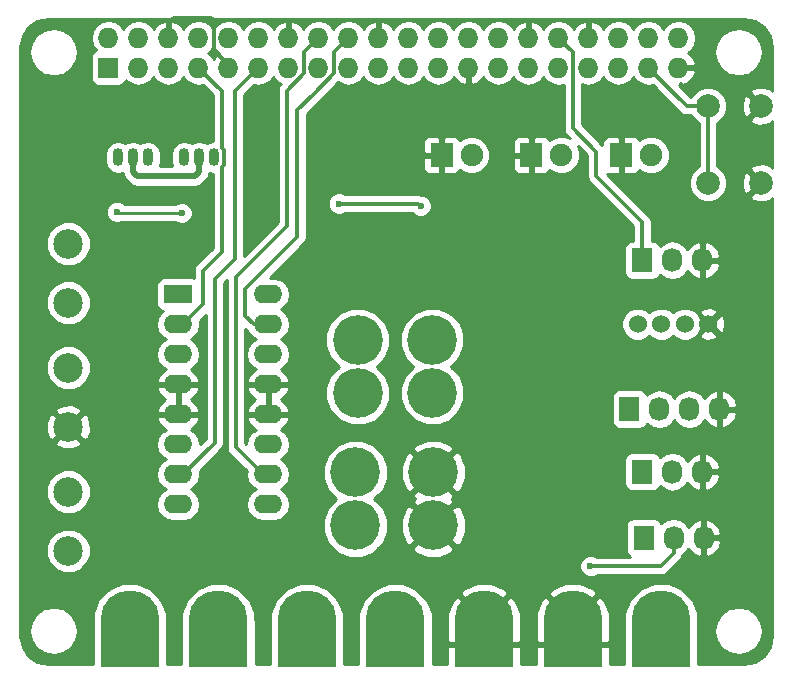
<source format=gbr>
G04 #@! TF.FileFunction,Copper,L2,Bot,Signal*
%FSLAX46Y46*%
G04 Gerber Fmt 4.6, Leading zero omitted, Abs format (unit mm)*
G04 Created by KiCad (PCBNEW 4.0.7) date 09/24/17 15:20:56*
%MOMM*%
%LPD*%
G01*
G04 APERTURE LIST*
%ADD10C,0.100000*%
%ADD11R,1.900000X2.000000*%
%ADD12C,1.900000*%
%ADD13R,1.727200X1.727200*%
%ADD14O,1.727200X1.727200*%
%ADD15C,4.200000*%
%ADD16C,5.000000*%
%ADD17R,5.000000X4.000000*%
%ADD18C,1.524000*%
%ADD19R,1.727200X2.032000*%
%ADD20O,1.727200X2.032000*%
%ADD21C,2.500000*%
%ADD22O,0.899160X1.501140*%
%ADD23C,1.998980*%
%ADD24R,2.400000X1.600000*%
%ADD25O,2.400000X1.600000*%
%ADD26C,0.600000*%
%ADD27C,0.300000*%
%ADD28C,0.250000*%
%ADD29C,0.500000*%
%ADD30C,0.254000*%
G04 APERTURE END LIST*
D10*
D11*
X166000000Y-82400000D03*
D12*
X168540000Y-82400000D03*
D11*
X150800000Y-82400000D03*
D12*
X153340000Y-82400000D03*
D11*
X158400000Y-82400000D03*
D12*
X160940000Y-82400000D03*
D13*
X122600000Y-75000000D03*
D14*
X122600000Y-72460000D03*
X125140000Y-75000000D03*
X125140000Y-72460000D03*
X127680000Y-75000000D03*
X127680000Y-72460000D03*
X130220000Y-75000000D03*
X130220000Y-72460000D03*
X132760000Y-75000000D03*
X132760000Y-72460000D03*
X135300000Y-75000000D03*
X135300000Y-72460000D03*
X137840000Y-75000000D03*
X137840000Y-72460000D03*
X140380000Y-75000000D03*
X140380000Y-72460000D03*
X142920000Y-75000000D03*
X142920000Y-72460000D03*
X145460000Y-75000000D03*
X145460000Y-72460000D03*
X148000000Y-75000000D03*
X148000000Y-72460000D03*
X150540000Y-75000000D03*
X150540000Y-72460000D03*
X153080000Y-75000000D03*
X153080000Y-72460000D03*
X155620000Y-75000000D03*
X155620000Y-72460000D03*
X158160000Y-75000000D03*
X158160000Y-72460000D03*
X160700000Y-75000000D03*
X160700000Y-72460000D03*
X163240000Y-75000000D03*
X163240000Y-72460000D03*
X165780000Y-75000000D03*
X165780000Y-72460000D03*
X168320000Y-75000000D03*
X168320000Y-72460000D03*
X170860000Y-75000000D03*
X170860000Y-72460000D03*
D15*
X150000000Y-102550000D03*
X150000000Y-98050000D03*
X143700000Y-102550000D03*
X143700000Y-98050000D03*
X143500000Y-113750000D03*
X143500000Y-109250000D03*
X150100000Y-113750000D03*
X150100000Y-109250000D03*
D16*
X124400000Y-121800000D03*
D17*
X124400000Y-123800000D03*
D16*
X154400000Y-121800000D03*
D17*
X154400000Y-123800000D03*
D16*
X139400000Y-121800000D03*
D17*
X139400000Y-123800000D03*
D16*
X161900000Y-121800000D03*
D17*
X161900000Y-123800000D03*
D16*
X146900000Y-121800000D03*
D17*
X146900000Y-123800000D03*
D16*
X131900000Y-121800000D03*
D17*
X131900000Y-123800000D03*
D18*
X167400000Y-96700000D03*
X169400000Y-96700000D03*
X171400000Y-96700000D03*
X173400000Y-96700000D03*
D19*
X167800000Y-91300000D03*
D20*
X170340000Y-91300000D03*
X172880000Y-91300000D03*
D21*
X119200000Y-89900000D03*
X119200000Y-94900000D03*
X119200000Y-100400000D03*
X119200000Y-105400000D03*
X119200000Y-110900000D03*
X119200000Y-115900000D03*
D16*
X169400000Y-121800000D03*
D17*
X169400000Y-123800000D03*
D19*
X166700000Y-103900000D03*
D20*
X169240000Y-103900000D03*
X171780000Y-103900000D03*
X174320000Y-103900000D03*
D22*
X124670000Y-82600000D03*
X125940000Y-82600000D03*
X123400000Y-82600000D03*
X130270000Y-82600000D03*
X131540000Y-82600000D03*
X129000000Y-82600000D03*
D23*
X173349560Y-78248800D03*
X177850440Y-84751200D03*
X177850440Y-78248800D03*
X173349560Y-84751200D03*
D24*
X128500000Y-94200000D03*
D25*
X136120000Y-111980000D03*
X128500000Y-96740000D03*
X136120000Y-109440000D03*
X128500000Y-99280000D03*
X136120000Y-106900000D03*
X128500000Y-101820000D03*
X136120000Y-104360000D03*
X128500000Y-104360000D03*
X136120000Y-101820000D03*
X128500000Y-106900000D03*
X136120000Y-99280000D03*
X128500000Y-109440000D03*
X136120000Y-96740000D03*
X128500000Y-111980000D03*
X136120000Y-94200000D03*
D19*
X167800000Y-109200000D03*
D20*
X170340000Y-109200000D03*
X172880000Y-109200000D03*
D19*
X167900000Y-114800000D03*
D20*
X170440000Y-114800000D03*
X172980000Y-114800000D03*
D26*
X134300000Y-77400000D03*
X154300000Y-86100000D03*
X149800000Y-94500000D03*
X139600000Y-89900000D03*
X163400000Y-117200000D03*
X123300000Y-87200000D03*
X128800000Y-87300000D03*
X142100000Y-86500000D03*
X149029363Y-86689890D03*
D27*
X127680000Y-72460000D02*
X127680000Y-71238686D01*
X128118686Y-70800000D02*
X131300000Y-70800000D01*
X131500000Y-71000000D02*
X131500000Y-73500000D01*
X127680000Y-71238686D02*
X128118686Y-70800000D01*
X132760000Y-74760000D02*
X132760000Y-75000000D01*
X131300000Y-70800000D02*
X131500000Y-71000000D01*
X131500000Y-73500000D02*
X132760000Y-74760000D01*
X154400000Y-121800000D02*
X156800000Y-119400000D01*
X159500000Y-119400000D02*
X161900000Y-121800000D01*
X158800000Y-119400000D02*
X159500000Y-119400000D01*
X156800000Y-119400000D02*
X158800000Y-119400000D01*
X161700000Y-121800000D02*
X161900000Y-121800000D01*
X151400000Y-85200000D02*
X150800000Y-84600000D01*
X150800000Y-84600000D02*
X150800000Y-82400000D01*
X153400000Y-85200000D02*
X151400000Y-85200000D01*
X154300000Y-86100000D02*
X153400000Y-85200000D01*
X150100000Y-113750000D02*
X152900000Y-116550000D01*
X152400000Y-117700000D02*
X152900000Y-117200000D01*
X152900000Y-117200000D02*
X152900000Y-116550000D01*
X151400000Y-117700000D02*
X152400000Y-117700000D01*
X151100000Y-118000000D02*
X151400000Y-117700000D01*
X151100000Y-119000000D02*
X151100000Y-118000000D01*
X151400001Y-119300001D02*
X151100000Y-119000000D01*
X154400000Y-121800000D02*
X151900001Y-119300001D01*
X151900001Y-119300001D02*
X151400001Y-119300001D01*
X144624264Y-94500000D02*
X149800000Y-94500000D01*
X139600000Y-89900000D02*
X140024264Y-89900000D01*
X140024264Y-89900000D02*
X144624264Y-94500000D01*
X170440000Y-114800000D02*
X170440000Y-116116000D01*
X170440000Y-116116000D02*
X169356000Y-117200000D01*
X169356000Y-117200000D02*
X163824264Y-117200000D01*
X163824264Y-117200000D02*
X163400000Y-117200000D01*
D28*
X128800000Y-87300000D02*
X123400000Y-87300000D01*
X123400000Y-87300000D02*
X123300000Y-87200000D01*
D27*
X130220000Y-75000000D02*
X132200000Y-76980000D01*
X132200000Y-76980000D02*
X132200000Y-81828219D01*
X128900000Y-96740000D02*
X128500000Y-96740000D01*
X132200000Y-81828219D02*
X132339590Y-81967809D01*
X132339590Y-81967809D02*
X132339590Y-83232191D01*
X132339590Y-83232191D02*
X132200000Y-83371781D01*
X132200000Y-83371781D02*
X132200000Y-90599979D01*
X132200000Y-90599979D02*
X130600000Y-92199979D01*
X130600000Y-92199979D02*
X130600000Y-95040000D01*
X130600000Y-95040000D02*
X128900000Y-96740000D01*
X128500000Y-109440000D02*
X128900000Y-109440000D01*
X128900000Y-109440000D02*
X131600000Y-106740000D01*
X131600000Y-106740000D02*
X131600000Y-92899990D01*
X131600000Y-92899990D02*
X133300000Y-91199990D01*
X133300000Y-91199990D02*
X133300000Y-77000000D01*
X133300000Y-77000000D02*
X134436401Y-75863599D01*
X134436401Y-75863599D02*
X135300000Y-75000000D01*
X160700000Y-72460000D02*
X161913601Y-73673601D01*
X161913601Y-73673601D02*
X161913601Y-80113601D01*
X161913601Y-80113601D02*
X163900000Y-82100000D01*
X163900000Y-82100000D02*
X163900000Y-84200000D01*
X163900000Y-84200000D02*
X167800000Y-88100000D01*
X167800000Y-89984000D02*
X167800000Y-91300000D01*
X167800000Y-88100000D02*
X167800000Y-89984000D01*
X136120000Y-96740000D02*
X134940000Y-96740000D01*
X139976130Y-77200000D02*
X141706399Y-75469731D01*
X134940000Y-96740000D02*
X134200000Y-96000000D01*
X134200000Y-96000000D02*
X134200000Y-93700000D01*
X134200000Y-93700000D02*
X138600000Y-89300000D01*
X138600000Y-89300000D02*
X138600000Y-78600000D01*
X141706399Y-75469731D02*
X141706399Y-73673601D01*
X138600000Y-78600000D02*
X139976130Y-77223870D01*
X139976130Y-77223870D02*
X139976130Y-77200000D01*
X141706399Y-73673601D02*
X142920000Y-72460000D01*
X136120000Y-109440000D02*
X135720000Y-109440000D01*
X135720000Y-109440000D02*
X133400000Y-107120000D01*
X133400000Y-107120000D02*
X133400000Y-92700000D01*
X133400000Y-92700000D02*
X137700000Y-88400000D01*
X137700000Y-88400000D02*
X137700000Y-76936130D01*
X137700000Y-76936130D02*
X139166399Y-75469731D01*
X139166399Y-75469731D02*
X139166399Y-73673601D01*
X139166399Y-73673601D02*
X139516401Y-73323599D01*
X139516401Y-73323599D02*
X140380000Y-72460000D01*
X168320000Y-75000000D02*
X171568800Y-78248800D01*
X171568800Y-78248800D02*
X173349560Y-78248800D01*
X173349560Y-78248800D02*
X173349560Y-79662292D01*
X173349560Y-79662292D02*
X173349560Y-84751200D01*
X149029363Y-86689890D02*
X148839473Y-86500000D01*
X148839473Y-86500000D02*
X142100000Y-86500000D01*
D29*
X125019430Y-84200000D02*
X129920570Y-84200000D01*
X129920570Y-84200000D02*
X130270000Y-83850570D01*
X130270000Y-83850570D02*
X130270000Y-82600000D01*
X124670000Y-82600000D02*
X124670000Y-83850570D01*
X124670000Y-83850570D02*
X125019430Y-84200000D01*
D30*
G36*
X177335590Y-71054202D02*
X178082276Y-71553122D01*
X178581196Y-72299810D01*
X178769813Y-73248052D01*
X178769813Y-76952725D01*
X178724398Y-76829835D01*
X178114858Y-76603399D01*
X177465063Y-76627459D01*
X176976482Y-76829835D01*
X176877883Y-77096637D01*
X177850440Y-78069195D01*
X177864582Y-78055052D01*
X178044188Y-78234658D01*
X178030045Y-78248800D01*
X178044188Y-78262942D01*
X177864582Y-78442548D01*
X177850440Y-78428405D01*
X176877883Y-79400963D01*
X176976482Y-79667765D01*
X177586022Y-79894201D01*
X178235817Y-79870141D01*
X178724398Y-79667765D01*
X178769813Y-79544875D01*
X178769813Y-83455125D01*
X178724398Y-83332235D01*
X178114858Y-83105799D01*
X177465063Y-83129859D01*
X176976482Y-83332235D01*
X176877883Y-83599037D01*
X177850440Y-84571595D01*
X177864582Y-84557452D01*
X178044188Y-84737058D01*
X178030045Y-84751200D01*
X178044188Y-84765342D01*
X177864582Y-84944948D01*
X177850440Y-84930805D01*
X176877883Y-85903363D01*
X176976482Y-86170165D01*
X177586022Y-86396601D01*
X178235817Y-86372541D01*
X178724398Y-86170165D01*
X178769813Y-86047275D01*
X178769813Y-123113118D01*
X178581196Y-124061360D01*
X178082276Y-124808048D01*
X177335590Y-125306968D01*
X176387346Y-125495585D01*
X172547440Y-125495585D01*
X172547440Y-122680585D01*
X173894813Y-122680585D01*
X174051621Y-123468913D01*
X174498173Y-124137225D01*
X175166485Y-124583777D01*
X175954813Y-124740585D01*
X176743141Y-124583777D01*
X177411453Y-124137225D01*
X177858005Y-123468913D01*
X178014813Y-122680585D01*
X177858005Y-121892257D01*
X177411453Y-121223945D01*
X176743141Y-120777393D01*
X175954813Y-120620585D01*
X175166485Y-120777393D01*
X174498173Y-121223945D01*
X174051621Y-121892257D01*
X173894813Y-122680585D01*
X172547440Y-122680585D01*
X172547440Y-121800000D01*
X172535058Y-121734197D01*
X172535543Y-121179146D01*
X172059273Y-120026485D01*
X171178153Y-119143826D01*
X170026326Y-118665546D01*
X168779146Y-118664457D01*
X167626485Y-119140727D01*
X166743826Y-120021847D01*
X166265546Y-121173674D01*
X166265053Y-121738308D01*
X166252560Y-121800000D01*
X166252560Y-125495585D01*
X165035000Y-125495585D01*
X165035000Y-124085750D01*
X164876250Y-123927000D01*
X164206608Y-123927000D01*
X164135882Y-123856274D01*
X164410884Y-123673000D01*
X164876250Y-123673000D01*
X165035000Y-123514250D01*
X165035000Y-122422819D01*
X165035294Y-122422108D01*
X165035000Y-121799577D01*
X165035000Y-121673690D01*
X165034940Y-121673546D01*
X165034705Y-121174928D01*
X164558564Y-120025421D01*
X164135880Y-119743725D01*
X162714605Y-121165000D01*
X162355395Y-121165000D01*
X163956275Y-119564120D01*
X163674579Y-119141436D01*
X162522108Y-118664706D01*
X161274928Y-118665295D01*
X160125421Y-119141436D01*
X159843725Y-119564120D01*
X161444605Y-121165000D01*
X161085395Y-121165000D01*
X159664120Y-119743725D01*
X159241436Y-120025421D01*
X158764706Y-121177892D01*
X158765000Y-121800000D01*
X158765000Y-123514250D01*
X158923750Y-123673000D01*
X159389116Y-123673000D01*
X159664118Y-123856274D01*
X159593392Y-123927000D01*
X158923750Y-123927000D01*
X158765000Y-124085750D01*
X158765000Y-125495585D01*
X157535000Y-125495585D01*
X157535000Y-124085750D01*
X157376250Y-123927000D01*
X156706608Y-123927000D01*
X156635882Y-123856274D01*
X156910884Y-123673000D01*
X157376250Y-123673000D01*
X157535000Y-123514250D01*
X157535000Y-122422819D01*
X157535294Y-122422108D01*
X157535000Y-121799577D01*
X157535000Y-121673690D01*
X157534940Y-121673546D01*
X157534705Y-121174928D01*
X157058564Y-120025421D01*
X156635880Y-119743725D01*
X155214605Y-121165000D01*
X154855395Y-121165000D01*
X156456275Y-119564120D01*
X156174579Y-119141436D01*
X155022108Y-118664706D01*
X153774928Y-118665295D01*
X152625421Y-119141436D01*
X152343725Y-119564120D01*
X153944605Y-121165000D01*
X153585395Y-121165000D01*
X152164120Y-119743725D01*
X151741436Y-120025421D01*
X151264706Y-121177892D01*
X151265000Y-121800000D01*
X151265000Y-123514250D01*
X151423750Y-123673000D01*
X151889116Y-123673000D01*
X152164118Y-123856274D01*
X152093392Y-123927000D01*
X151423750Y-123927000D01*
X151265000Y-124085750D01*
X151265000Y-125495585D01*
X150047440Y-125495585D01*
X150047440Y-121800000D01*
X150035058Y-121734197D01*
X150035543Y-121179146D01*
X149559273Y-120026485D01*
X148678153Y-119143826D01*
X147526326Y-118665546D01*
X146279146Y-118664457D01*
X145126485Y-119140727D01*
X144243826Y-120021847D01*
X143765546Y-121173674D01*
X143765053Y-121738308D01*
X143752560Y-121800000D01*
X143752560Y-125495585D01*
X142547440Y-125495585D01*
X142547440Y-121800000D01*
X142535058Y-121734197D01*
X142535543Y-121179146D01*
X142059273Y-120026485D01*
X141178153Y-119143826D01*
X140026326Y-118665546D01*
X138779146Y-118664457D01*
X137626485Y-119140727D01*
X136743826Y-120021847D01*
X136265546Y-121173674D01*
X136265053Y-121738308D01*
X136252560Y-121800000D01*
X136252560Y-125495585D01*
X135047440Y-125495585D01*
X135047440Y-121800000D01*
X135035058Y-121734197D01*
X135035543Y-121179146D01*
X134559273Y-120026485D01*
X133678153Y-119143826D01*
X132526326Y-118665546D01*
X131279146Y-118664457D01*
X130126485Y-119140727D01*
X129243826Y-120021847D01*
X128765546Y-121173674D01*
X128765053Y-121738308D01*
X128752560Y-121800000D01*
X128752560Y-125495585D01*
X127547440Y-125495585D01*
X127547440Y-121800000D01*
X127535058Y-121734197D01*
X127535543Y-121179146D01*
X127059273Y-120026485D01*
X126178153Y-119143826D01*
X125026326Y-118665546D01*
X123779146Y-118664457D01*
X122626485Y-119140727D01*
X121743826Y-120021847D01*
X121265546Y-121173674D01*
X121265053Y-121738308D01*
X121252560Y-121800000D01*
X121252560Y-125495585D01*
X117522280Y-125495585D01*
X116574038Y-125306968D01*
X115827350Y-124808048D01*
X115328430Y-124061362D01*
X115139813Y-123113118D01*
X115139813Y-122680585D01*
X115894813Y-122680585D01*
X116051621Y-123468913D01*
X116498173Y-124137225D01*
X117166485Y-124583777D01*
X117954813Y-124740585D01*
X118743141Y-124583777D01*
X119411453Y-124137225D01*
X119858005Y-123468913D01*
X120014813Y-122680585D01*
X119858005Y-121892257D01*
X119411453Y-121223945D01*
X118743141Y-120777393D01*
X117954813Y-120620585D01*
X117166485Y-120777393D01*
X116498173Y-121223945D01*
X116051621Y-121892257D01*
X115894813Y-122680585D01*
X115139813Y-122680585D01*
X115139813Y-116273305D01*
X117314674Y-116273305D01*
X117601043Y-116966372D01*
X118130839Y-117497093D01*
X118823405Y-117784672D01*
X119573305Y-117785326D01*
X120266372Y-117498957D01*
X120380360Y-117385167D01*
X162464838Y-117385167D01*
X162606883Y-117728943D01*
X162869673Y-117992192D01*
X163213201Y-118134838D01*
X163585167Y-118135162D01*
X163928943Y-117993117D01*
X163937074Y-117985000D01*
X169356000Y-117985000D01*
X169656407Y-117925245D01*
X169911079Y-117755079D01*
X170995076Y-116671081D01*
X170995079Y-116671079D01*
X171165245Y-116416406D01*
X171174621Y-116369271D01*
X171199320Y-116245102D01*
X171499670Y-116044415D01*
X171706461Y-115734931D01*
X172077964Y-116150732D01*
X172605209Y-116404709D01*
X172620974Y-116407358D01*
X172853000Y-116286217D01*
X172853000Y-114927000D01*
X173107000Y-114927000D01*
X173107000Y-116286217D01*
X173339026Y-116407358D01*
X173354791Y-116404709D01*
X173882036Y-116150732D01*
X174271954Y-115714320D01*
X174465184Y-115161913D01*
X174320924Y-114927000D01*
X173107000Y-114927000D01*
X172853000Y-114927000D01*
X172833000Y-114927000D01*
X172833000Y-114673000D01*
X172853000Y-114673000D01*
X172853000Y-113313783D01*
X173107000Y-113313783D01*
X173107000Y-114673000D01*
X174320924Y-114673000D01*
X174465184Y-114438087D01*
X174271954Y-113885680D01*
X173882036Y-113449268D01*
X173354791Y-113195291D01*
X173339026Y-113192642D01*
X173107000Y-113313783D01*
X172853000Y-113313783D01*
X172620974Y-113192642D01*
X172605209Y-113195291D01*
X172077964Y-113449268D01*
X171706461Y-113865069D01*
X171499670Y-113555585D01*
X171013489Y-113230729D01*
X170440000Y-113116655D01*
X169866511Y-113230729D01*
X169380330Y-113555585D01*
X169370757Y-113569913D01*
X169366762Y-113548683D01*
X169227690Y-113332559D01*
X169015490Y-113187569D01*
X168763600Y-113136560D01*
X167036400Y-113136560D01*
X166801083Y-113180838D01*
X166584959Y-113319910D01*
X166439969Y-113532110D01*
X166388960Y-113784000D01*
X166388960Y-115816000D01*
X166433238Y-116051317D01*
X166572310Y-116267441D01*
X166784510Y-116412431D01*
X166797196Y-116415000D01*
X163937506Y-116415000D01*
X163930327Y-116407808D01*
X163586799Y-116265162D01*
X163214833Y-116264838D01*
X162871057Y-116406883D01*
X162607808Y-116669673D01*
X162465162Y-117013201D01*
X162464838Y-117385167D01*
X120380360Y-117385167D01*
X120797093Y-116969161D01*
X121084672Y-116276595D01*
X121085326Y-115526695D01*
X120798957Y-114833628D01*
X120269161Y-114302907D01*
X119576595Y-114015328D01*
X118826695Y-114014674D01*
X118133628Y-114301043D01*
X117602907Y-114830839D01*
X117315328Y-115523405D01*
X117314674Y-116273305D01*
X115139813Y-116273305D01*
X115139813Y-111273305D01*
X117314674Y-111273305D01*
X117601043Y-111966372D01*
X118130839Y-112497093D01*
X118823405Y-112784672D01*
X119573305Y-112785326D01*
X120266372Y-112498957D01*
X120797093Y-111969161D01*
X121084672Y-111276595D01*
X121085326Y-110526695D01*
X120798957Y-109833628D01*
X120269161Y-109302907D01*
X119576595Y-109015328D01*
X118826695Y-109014674D01*
X118133628Y-109301043D01*
X117602907Y-109830839D01*
X117315328Y-110523405D01*
X117314674Y-111273305D01*
X115139813Y-111273305D01*
X115139813Y-106733320D01*
X118046285Y-106733320D01*
X118175533Y-107026123D01*
X118875806Y-107294388D01*
X119625435Y-107274250D01*
X120224467Y-107026123D01*
X120353715Y-106733320D01*
X119200000Y-105579605D01*
X118046285Y-106733320D01*
X115139813Y-106733320D01*
X115139813Y-105075806D01*
X117305612Y-105075806D01*
X117325750Y-105825435D01*
X117573877Y-106424467D01*
X117866680Y-106553715D01*
X119020395Y-105400000D01*
X119379605Y-105400000D01*
X120533320Y-106553715D01*
X120826123Y-106424467D01*
X121094388Y-105724194D01*
X121074250Y-104974565D01*
X120826123Y-104375533D01*
X120533320Y-104246285D01*
X119379605Y-105400000D01*
X119020395Y-105400000D01*
X117866680Y-104246285D01*
X117573877Y-104375533D01*
X117305612Y-105075806D01*
X115139813Y-105075806D01*
X115139813Y-104066680D01*
X118046285Y-104066680D01*
X119200000Y-105220395D01*
X120353715Y-104066680D01*
X120224467Y-103773877D01*
X119524194Y-103505612D01*
X118774565Y-103525750D01*
X118175533Y-103773877D01*
X118046285Y-104066680D01*
X115139813Y-104066680D01*
X115139813Y-100773305D01*
X117314674Y-100773305D01*
X117601043Y-101466372D01*
X118130839Y-101997093D01*
X118823405Y-102284672D01*
X119573305Y-102285326D01*
X119854741Y-102169039D01*
X126708096Y-102169039D01*
X126725633Y-102251819D01*
X126995500Y-102744896D01*
X127424607Y-103090000D01*
X126995500Y-103435104D01*
X126725633Y-103928181D01*
X126708096Y-104010961D01*
X126830085Y-104233000D01*
X128373000Y-104233000D01*
X128373000Y-101947000D01*
X128627000Y-101947000D01*
X128627000Y-104233000D01*
X130169915Y-104233000D01*
X130291904Y-104010961D01*
X130274367Y-103928181D01*
X130004500Y-103435104D01*
X129575393Y-103090000D01*
X130004500Y-102744896D01*
X130274367Y-102251819D01*
X130291904Y-102169039D01*
X130169915Y-101947000D01*
X128627000Y-101947000D01*
X128373000Y-101947000D01*
X126830085Y-101947000D01*
X126708096Y-102169039D01*
X119854741Y-102169039D01*
X120266372Y-101998957D01*
X120797093Y-101469161D01*
X121084672Y-100776595D01*
X121085326Y-100026695D01*
X120798957Y-99333628D01*
X120269161Y-98802907D01*
X119576595Y-98515328D01*
X118826695Y-98514674D01*
X118133628Y-98801043D01*
X117602907Y-99330839D01*
X117315328Y-100023405D01*
X117314674Y-100773305D01*
X115139813Y-100773305D01*
X115139813Y-95273305D01*
X117314674Y-95273305D01*
X117601043Y-95966372D01*
X118130839Y-96497093D01*
X118823405Y-96784672D01*
X119573305Y-96785326D01*
X120266372Y-96498957D01*
X120797093Y-95969161D01*
X121084672Y-95276595D01*
X121085326Y-94526695D01*
X120798957Y-93833628D01*
X120269161Y-93302907D01*
X119576595Y-93015328D01*
X118826695Y-93014674D01*
X118133628Y-93301043D01*
X117602907Y-93830839D01*
X117315328Y-94523405D01*
X117314674Y-95273305D01*
X115139813Y-95273305D01*
X115139813Y-90273305D01*
X117314674Y-90273305D01*
X117601043Y-90966372D01*
X118130839Y-91497093D01*
X118823405Y-91784672D01*
X119573305Y-91785326D01*
X120266372Y-91498957D01*
X120797093Y-90969161D01*
X121084672Y-90276595D01*
X121085326Y-89526695D01*
X120798957Y-88833628D01*
X120269161Y-88302907D01*
X119576595Y-88015328D01*
X118826695Y-88014674D01*
X118133628Y-88301043D01*
X117602907Y-88830839D01*
X117315328Y-89523405D01*
X117314674Y-90273305D01*
X115139813Y-90273305D01*
X115139813Y-87385167D01*
X122364838Y-87385167D01*
X122506883Y-87728943D01*
X122769673Y-87992192D01*
X123113201Y-88134838D01*
X123485167Y-88135162D01*
X123667073Y-88060000D01*
X128237537Y-88060000D01*
X128269673Y-88092192D01*
X128613201Y-88234838D01*
X128985167Y-88235162D01*
X129328943Y-88093117D01*
X129592192Y-87830327D01*
X129734838Y-87486799D01*
X129735162Y-87114833D01*
X129593117Y-86771057D01*
X129330327Y-86507808D01*
X128986799Y-86365162D01*
X128614833Y-86364838D01*
X128271057Y-86506883D01*
X128237882Y-86540000D01*
X123962289Y-86540000D01*
X123830327Y-86407808D01*
X123486799Y-86265162D01*
X123114833Y-86264838D01*
X122771057Y-86406883D01*
X122507808Y-86669673D01*
X122365162Y-87013201D01*
X122364838Y-87385167D01*
X115139813Y-87385167D01*
X115139813Y-73680585D01*
X115894824Y-73680585D01*
X116051632Y-74468913D01*
X116498184Y-75137225D01*
X117166496Y-75583777D01*
X117954824Y-75740585D01*
X118743152Y-75583777D01*
X119411464Y-75137225D01*
X119858016Y-74468913D01*
X119924156Y-74136400D01*
X121088960Y-74136400D01*
X121088960Y-75863600D01*
X121133238Y-76098917D01*
X121272310Y-76315041D01*
X121484510Y-76460031D01*
X121736400Y-76511040D01*
X123463600Y-76511040D01*
X123698917Y-76466762D01*
X123915041Y-76327690D01*
X124060031Y-76115490D01*
X124068864Y-76071869D01*
X124080330Y-76089029D01*
X124566511Y-76413885D01*
X125140000Y-76527959D01*
X125713489Y-76413885D01*
X126199670Y-76089029D01*
X126410000Y-75774248D01*
X126620330Y-76089029D01*
X127106511Y-76413885D01*
X127680000Y-76527959D01*
X128253489Y-76413885D01*
X128739670Y-76089029D01*
X128950000Y-75774248D01*
X129160330Y-76089029D01*
X129646511Y-76413885D01*
X130220000Y-76527959D01*
X130568483Y-76458641D01*
X131415000Y-77305158D01*
X131415000Y-81212149D01*
X131124949Y-81269844D01*
X130905000Y-81416809D01*
X130685051Y-81269844D01*
X130270000Y-81187285D01*
X129854949Y-81269844D01*
X129635000Y-81416809D01*
X129415051Y-81269844D01*
X129000000Y-81187285D01*
X128584949Y-81269844D01*
X128233086Y-81504951D01*
X127997979Y-81856814D01*
X127915420Y-82271865D01*
X127915420Y-82928135D01*
X127992372Y-83315000D01*
X126947628Y-83315000D01*
X127024580Y-82928135D01*
X127024580Y-82271865D01*
X126942021Y-81856814D01*
X126706914Y-81504951D01*
X126355051Y-81269844D01*
X125940000Y-81187285D01*
X125524949Y-81269844D01*
X125305000Y-81416809D01*
X125085051Y-81269844D01*
X124670000Y-81187285D01*
X124254949Y-81269844D01*
X124035000Y-81416809D01*
X123815051Y-81269844D01*
X123400000Y-81187285D01*
X122984949Y-81269844D01*
X122633086Y-81504951D01*
X122397979Y-81856814D01*
X122315420Y-82271865D01*
X122315420Y-82928135D01*
X122397979Y-83343186D01*
X122633086Y-83695049D01*
X122984949Y-83930156D01*
X123400000Y-84012715D01*
X123801371Y-83932877D01*
X123834023Y-84097026D01*
X123852367Y-84189245D01*
X123970352Y-84365823D01*
X124044210Y-84476360D01*
X124393638Y-84825787D01*
X124393640Y-84825790D01*
X124680755Y-85017633D01*
X124736946Y-85028810D01*
X125019430Y-85085001D01*
X125019435Y-85085000D01*
X129920565Y-85085000D01*
X129920570Y-85085001D01*
X130203054Y-85028810D01*
X130259245Y-85017633D01*
X130546360Y-84825790D01*
X130895787Y-84476362D01*
X130895790Y-84476360D01*
X131087633Y-84189245D01*
X131105977Y-84097026D01*
X131138629Y-83932877D01*
X131415000Y-83987851D01*
X131415000Y-90274821D01*
X130044921Y-91644900D01*
X129874755Y-91899572D01*
X129825952Y-92144921D01*
X129815000Y-92199979D01*
X129815000Y-92775848D01*
X129700000Y-92752560D01*
X127300000Y-92752560D01*
X127064683Y-92796838D01*
X126848559Y-92935910D01*
X126703569Y-93148110D01*
X126652560Y-93400000D01*
X126652560Y-95000000D01*
X126696838Y-95235317D01*
X126835910Y-95451441D01*
X127048110Y-95596431D01*
X127197074Y-95626597D01*
X127049352Y-95725302D01*
X126738283Y-96190849D01*
X126629050Y-96740000D01*
X126738283Y-97289151D01*
X127049352Y-97754698D01*
X127431438Y-98010000D01*
X127049352Y-98265302D01*
X126738283Y-98730849D01*
X126629050Y-99280000D01*
X126738283Y-99829151D01*
X127049352Y-100294698D01*
X127427707Y-100547507D01*
X126995500Y-100895104D01*
X126725633Y-101388181D01*
X126708096Y-101470961D01*
X126830085Y-101693000D01*
X128373000Y-101693000D01*
X128373000Y-101673000D01*
X128627000Y-101673000D01*
X128627000Y-101693000D01*
X130169915Y-101693000D01*
X130291904Y-101470961D01*
X130274367Y-101388181D01*
X130004500Y-100895104D01*
X129572293Y-100547507D01*
X129950648Y-100294698D01*
X130261717Y-99829151D01*
X130370950Y-99280000D01*
X130261717Y-98730849D01*
X129950648Y-98265302D01*
X129568562Y-98010000D01*
X129950648Y-97754698D01*
X130261717Y-97289151D01*
X130370950Y-96740000D01*
X130311091Y-96439067D01*
X130815000Y-95935158D01*
X130815000Y-106414842D01*
X130364130Y-106865712D01*
X130261717Y-106350849D01*
X129950648Y-105885302D01*
X129572293Y-105632493D01*
X130004500Y-105284896D01*
X130274367Y-104791819D01*
X130291904Y-104709039D01*
X130169915Y-104487000D01*
X128627000Y-104487000D01*
X128627000Y-104507000D01*
X128373000Y-104507000D01*
X128373000Y-104487000D01*
X126830085Y-104487000D01*
X126708096Y-104709039D01*
X126725633Y-104791819D01*
X126995500Y-105284896D01*
X127427707Y-105632493D01*
X127049352Y-105885302D01*
X126738283Y-106350849D01*
X126629050Y-106900000D01*
X126738283Y-107449151D01*
X127049352Y-107914698D01*
X127431438Y-108170000D01*
X127049352Y-108425302D01*
X126738283Y-108890849D01*
X126629050Y-109440000D01*
X126738283Y-109989151D01*
X127049352Y-110454698D01*
X127431438Y-110710000D01*
X127049352Y-110965302D01*
X126738283Y-111430849D01*
X126629050Y-111980000D01*
X126738283Y-112529151D01*
X127049352Y-112994698D01*
X127514899Y-113305767D01*
X128064050Y-113415000D01*
X128935950Y-113415000D01*
X129485101Y-113305767D01*
X129950648Y-112994698D01*
X130261717Y-112529151D01*
X130370950Y-111980000D01*
X130261717Y-111430849D01*
X129950648Y-110965302D01*
X129568562Y-110710000D01*
X129950648Y-110454698D01*
X130261717Y-109989151D01*
X130370950Y-109440000D01*
X130311091Y-109139067D01*
X132155079Y-107295079D01*
X132325245Y-107040406D01*
X132385001Y-106740000D01*
X132385000Y-106739995D01*
X132385000Y-93225148D01*
X132615000Y-92995148D01*
X132615000Y-107120000D01*
X132674755Y-107420407D01*
X132844921Y-107675079D01*
X134308909Y-109139067D01*
X134249050Y-109440000D01*
X134358283Y-109989151D01*
X134669352Y-110454698D01*
X135051438Y-110710000D01*
X134669352Y-110965302D01*
X134358283Y-111430849D01*
X134249050Y-111980000D01*
X134358283Y-112529151D01*
X134669352Y-112994698D01*
X135134899Y-113305767D01*
X135684050Y-113415000D01*
X136555950Y-113415000D01*
X137105101Y-113305767D01*
X137570648Y-112994698D01*
X137881717Y-112529151D01*
X137990950Y-111980000D01*
X137881717Y-111430849D01*
X137570648Y-110965302D01*
X137188562Y-110710000D01*
X137570648Y-110454698D01*
X137881717Y-109989151D01*
X137921004Y-109791638D01*
X140764526Y-109791638D01*
X141180028Y-110797229D01*
X141882124Y-111500552D01*
X141182732Y-112198724D01*
X140765476Y-113203588D01*
X140764526Y-114291638D01*
X141180028Y-115297229D01*
X141948724Y-116067268D01*
X142953588Y-116484524D01*
X144041638Y-116485474D01*
X145047229Y-116069972D01*
X145420647Y-115697205D01*
X148332400Y-115697205D01*
X148565358Y-116078318D01*
X149573184Y-116488367D01*
X150661214Y-116481525D01*
X151634642Y-116078318D01*
X151867600Y-115697205D01*
X150100000Y-113929605D01*
X148332400Y-115697205D01*
X145420647Y-115697205D01*
X145817268Y-115301276D01*
X146234524Y-114296412D01*
X146235461Y-113223184D01*
X147361633Y-113223184D01*
X147368475Y-114311214D01*
X147771682Y-115284642D01*
X148152795Y-115517600D01*
X149920395Y-113750000D01*
X150279605Y-113750000D01*
X152047205Y-115517600D01*
X152428318Y-115284642D01*
X152838367Y-114276816D01*
X152831525Y-113188786D01*
X152428318Y-112215358D01*
X152047205Y-111982400D01*
X150279605Y-113750000D01*
X149920395Y-113750000D01*
X148152795Y-111982400D01*
X147771682Y-112215358D01*
X147361633Y-113223184D01*
X146235461Y-113223184D01*
X146235474Y-113208362D01*
X145819972Y-112202771D01*
X145117876Y-111499448D01*
X145420647Y-111197205D01*
X148332400Y-111197205D01*
X148517486Y-111500000D01*
X148332400Y-111802795D01*
X150100000Y-113570395D01*
X151867600Y-111802795D01*
X151682514Y-111500000D01*
X151867600Y-111197205D01*
X150100000Y-109429605D01*
X148332400Y-111197205D01*
X145420647Y-111197205D01*
X145817268Y-110801276D01*
X146234524Y-109796412D01*
X146235461Y-108723184D01*
X147361633Y-108723184D01*
X147368475Y-109811214D01*
X147771682Y-110784642D01*
X148152795Y-111017600D01*
X149920395Y-109250000D01*
X150279605Y-109250000D01*
X152047205Y-111017600D01*
X152428318Y-110784642D01*
X152838367Y-109776816D01*
X152831525Y-108688786D01*
X152622436Y-108184000D01*
X166288960Y-108184000D01*
X166288960Y-110216000D01*
X166333238Y-110451317D01*
X166472310Y-110667441D01*
X166684510Y-110812431D01*
X166936400Y-110863440D01*
X168663600Y-110863440D01*
X168898917Y-110819162D01*
X169115041Y-110680090D01*
X169260031Y-110467890D01*
X169268400Y-110426561D01*
X169280330Y-110444415D01*
X169766511Y-110769271D01*
X170340000Y-110883345D01*
X170913489Y-110769271D01*
X171399670Y-110444415D01*
X171606461Y-110134931D01*
X171977964Y-110550732D01*
X172505209Y-110804709D01*
X172520974Y-110807358D01*
X172753000Y-110686217D01*
X172753000Y-109327000D01*
X173007000Y-109327000D01*
X173007000Y-110686217D01*
X173239026Y-110807358D01*
X173254791Y-110804709D01*
X173782036Y-110550732D01*
X174171954Y-110114320D01*
X174365184Y-109561913D01*
X174220924Y-109327000D01*
X173007000Y-109327000D01*
X172753000Y-109327000D01*
X172733000Y-109327000D01*
X172733000Y-109073000D01*
X172753000Y-109073000D01*
X172753000Y-107713783D01*
X173007000Y-107713783D01*
X173007000Y-109073000D01*
X174220924Y-109073000D01*
X174365184Y-108838087D01*
X174171954Y-108285680D01*
X173782036Y-107849268D01*
X173254791Y-107595291D01*
X173239026Y-107592642D01*
X173007000Y-107713783D01*
X172753000Y-107713783D01*
X172520974Y-107592642D01*
X172505209Y-107595291D01*
X171977964Y-107849268D01*
X171606461Y-108265069D01*
X171399670Y-107955585D01*
X170913489Y-107630729D01*
X170340000Y-107516655D01*
X169766511Y-107630729D01*
X169280330Y-107955585D01*
X169270757Y-107969913D01*
X169266762Y-107948683D01*
X169127690Y-107732559D01*
X168915490Y-107587569D01*
X168663600Y-107536560D01*
X166936400Y-107536560D01*
X166701083Y-107580838D01*
X166484959Y-107719910D01*
X166339969Y-107932110D01*
X166288960Y-108184000D01*
X152622436Y-108184000D01*
X152428318Y-107715358D01*
X152047205Y-107482400D01*
X150279605Y-109250000D01*
X149920395Y-109250000D01*
X148152795Y-107482400D01*
X147771682Y-107715358D01*
X147361633Y-108723184D01*
X146235461Y-108723184D01*
X146235474Y-108708362D01*
X145819972Y-107702771D01*
X145420694Y-107302795D01*
X148332400Y-107302795D01*
X150100000Y-109070395D01*
X151867600Y-107302795D01*
X151634642Y-106921682D01*
X150626816Y-106511633D01*
X149538786Y-106518475D01*
X148565358Y-106921682D01*
X148332400Y-107302795D01*
X145420694Y-107302795D01*
X145051276Y-106932732D01*
X144046412Y-106515476D01*
X142958362Y-106514526D01*
X141952771Y-106930028D01*
X141182732Y-107698724D01*
X140765476Y-108703588D01*
X140764526Y-109791638D01*
X137921004Y-109791638D01*
X137990950Y-109440000D01*
X137881717Y-108890849D01*
X137570648Y-108425302D01*
X137188562Y-108170000D01*
X137570648Y-107914698D01*
X137881717Y-107449151D01*
X137990950Y-106900000D01*
X137881717Y-106350849D01*
X137570648Y-105885302D01*
X137192293Y-105632493D01*
X137624500Y-105284896D01*
X137894367Y-104791819D01*
X137911904Y-104709039D01*
X137789915Y-104487000D01*
X136247000Y-104487000D01*
X136247000Y-104507000D01*
X135993000Y-104507000D01*
X135993000Y-104487000D01*
X134450085Y-104487000D01*
X134328096Y-104709039D01*
X134345633Y-104791819D01*
X134615500Y-105284896D01*
X135047707Y-105632493D01*
X134669352Y-105885302D01*
X134358283Y-106350849D01*
X134255870Y-106865712D01*
X134185000Y-106794842D01*
X134185000Y-102169039D01*
X134328096Y-102169039D01*
X134345633Y-102251819D01*
X134615500Y-102744896D01*
X135044607Y-103090000D01*
X134615500Y-103435104D01*
X134345633Y-103928181D01*
X134328096Y-104010961D01*
X134450085Y-104233000D01*
X135993000Y-104233000D01*
X135993000Y-101947000D01*
X136247000Y-101947000D01*
X136247000Y-104233000D01*
X137789915Y-104233000D01*
X137911904Y-104010961D01*
X137894367Y-103928181D01*
X137624500Y-103435104D01*
X137195393Y-103090000D01*
X137624500Y-102744896D01*
X137894367Y-102251819D01*
X137911904Y-102169039D01*
X137789915Y-101947000D01*
X136247000Y-101947000D01*
X135993000Y-101947000D01*
X134450085Y-101947000D01*
X134328096Y-102169039D01*
X134185000Y-102169039D01*
X134185000Y-97095158D01*
X134353141Y-97263299D01*
X134358283Y-97289151D01*
X134669352Y-97754698D01*
X135051438Y-98010000D01*
X134669352Y-98265302D01*
X134358283Y-98730849D01*
X134249050Y-99280000D01*
X134358283Y-99829151D01*
X134669352Y-100294698D01*
X135047707Y-100547507D01*
X134615500Y-100895104D01*
X134345633Y-101388181D01*
X134328096Y-101470961D01*
X134450085Y-101693000D01*
X135993000Y-101693000D01*
X135993000Y-101673000D01*
X136247000Y-101673000D01*
X136247000Y-101693000D01*
X137789915Y-101693000D01*
X137911904Y-101470961D01*
X137894367Y-101388181D01*
X137624500Y-100895104D01*
X137192293Y-100547507D01*
X137570648Y-100294698D01*
X137881717Y-99829151D01*
X137990950Y-99280000D01*
X137881717Y-98730849D01*
X137788700Y-98591638D01*
X140964526Y-98591638D01*
X141380028Y-99597229D01*
X142082124Y-100300552D01*
X141382732Y-100998724D01*
X140965476Y-102003588D01*
X140964526Y-103091638D01*
X141380028Y-104097229D01*
X142148724Y-104867268D01*
X143153588Y-105284524D01*
X144241638Y-105285474D01*
X145247229Y-104869972D01*
X146017268Y-104101276D01*
X146434524Y-103096412D01*
X146435474Y-102008362D01*
X146019972Y-101002771D01*
X145317876Y-100299448D01*
X146017268Y-99601276D01*
X146434524Y-98596412D01*
X146434528Y-98591638D01*
X147264526Y-98591638D01*
X147680028Y-99597229D01*
X148382124Y-100300552D01*
X147682732Y-100998724D01*
X147265476Y-102003588D01*
X147264526Y-103091638D01*
X147680028Y-104097229D01*
X148448724Y-104867268D01*
X149453588Y-105284524D01*
X150541638Y-105285474D01*
X151547229Y-104869972D01*
X152317268Y-104101276D01*
X152734524Y-103096412D01*
X152734709Y-102884000D01*
X165188960Y-102884000D01*
X165188960Y-104916000D01*
X165233238Y-105151317D01*
X165372310Y-105367441D01*
X165584510Y-105512431D01*
X165836400Y-105563440D01*
X167563600Y-105563440D01*
X167798917Y-105519162D01*
X168015041Y-105380090D01*
X168160031Y-105167890D01*
X168168400Y-105126561D01*
X168180330Y-105144415D01*
X168666511Y-105469271D01*
X169240000Y-105583345D01*
X169813489Y-105469271D01*
X170299670Y-105144415D01*
X170510000Y-104829634D01*
X170720330Y-105144415D01*
X171206511Y-105469271D01*
X171780000Y-105583345D01*
X172353489Y-105469271D01*
X172839670Y-105144415D01*
X173046461Y-104834931D01*
X173417964Y-105250732D01*
X173945209Y-105504709D01*
X173960974Y-105507358D01*
X174193000Y-105386217D01*
X174193000Y-104027000D01*
X174447000Y-104027000D01*
X174447000Y-105386217D01*
X174679026Y-105507358D01*
X174694791Y-105504709D01*
X175222036Y-105250732D01*
X175611954Y-104814320D01*
X175805184Y-104261913D01*
X175660924Y-104027000D01*
X174447000Y-104027000D01*
X174193000Y-104027000D01*
X174173000Y-104027000D01*
X174173000Y-103773000D01*
X174193000Y-103773000D01*
X174193000Y-102413783D01*
X174447000Y-102413783D01*
X174447000Y-103773000D01*
X175660924Y-103773000D01*
X175805184Y-103538087D01*
X175611954Y-102985680D01*
X175222036Y-102549268D01*
X174694791Y-102295291D01*
X174679026Y-102292642D01*
X174447000Y-102413783D01*
X174193000Y-102413783D01*
X173960974Y-102292642D01*
X173945209Y-102295291D01*
X173417964Y-102549268D01*
X173046461Y-102965069D01*
X172839670Y-102655585D01*
X172353489Y-102330729D01*
X171780000Y-102216655D01*
X171206511Y-102330729D01*
X170720330Y-102655585D01*
X170510000Y-102970366D01*
X170299670Y-102655585D01*
X169813489Y-102330729D01*
X169240000Y-102216655D01*
X168666511Y-102330729D01*
X168180330Y-102655585D01*
X168170757Y-102669913D01*
X168166762Y-102648683D01*
X168027690Y-102432559D01*
X167815490Y-102287569D01*
X167563600Y-102236560D01*
X165836400Y-102236560D01*
X165601083Y-102280838D01*
X165384959Y-102419910D01*
X165239969Y-102632110D01*
X165188960Y-102884000D01*
X152734709Y-102884000D01*
X152735474Y-102008362D01*
X152319972Y-101002771D01*
X151617876Y-100299448D01*
X152317268Y-99601276D01*
X152734524Y-98596412D01*
X152735474Y-97508362D01*
X152515780Y-96976661D01*
X166002758Y-96976661D01*
X166214990Y-97490303D01*
X166607630Y-97883629D01*
X167120900Y-98096757D01*
X167676661Y-98097242D01*
X168190303Y-97885010D01*
X168400021Y-97675658D01*
X168607630Y-97883629D01*
X169120900Y-98096757D01*
X169676661Y-98097242D01*
X170190303Y-97885010D01*
X170400021Y-97675658D01*
X170607630Y-97883629D01*
X171120900Y-98096757D01*
X171676661Y-98097242D01*
X172190303Y-97885010D01*
X172395457Y-97680213D01*
X172599392Y-97680213D01*
X172668857Y-97922397D01*
X173192302Y-98109144D01*
X173747368Y-98081362D01*
X174131143Y-97922397D01*
X174200608Y-97680213D01*
X173400000Y-96879605D01*
X172599392Y-97680213D01*
X172395457Y-97680213D01*
X172583629Y-97492370D01*
X172694122Y-97226273D01*
X173220395Y-96700000D01*
X173579605Y-96700000D01*
X174380213Y-97500608D01*
X174622397Y-97431143D01*
X174809144Y-96907698D01*
X174781362Y-96352632D01*
X174622397Y-95968857D01*
X174380213Y-95899392D01*
X173579605Y-96700000D01*
X173220395Y-96700000D01*
X172694093Y-96173698D01*
X172585010Y-95909697D01*
X172395432Y-95719787D01*
X172599392Y-95719787D01*
X173400000Y-96520395D01*
X174200608Y-95719787D01*
X174131143Y-95477603D01*
X173607698Y-95290856D01*
X173052632Y-95318638D01*
X172668857Y-95477603D01*
X172599392Y-95719787D01*
X172395432Y-95719787D01*
X172192370Y-95516371D01*
X171679100Y-95303243D01*
X171123339Y-95302758D01*
X170609697Y-95514990D01*
X170399979Y-95724342D01*
X170192370Y-95516371D01*
X169679100Y-95303243D01*
X169123339Y-95302758D01*
X168609697Y-95514990D01*
X168399979Y-95724342D01*
X168192370Y-95516371D01*
X167679100Y-95303243D01*
X167123339Y-95302758D01*
X166609697Y-95514990D01*
X166216371Y-95907630D01*
X166003243Y-96420900D01*
X166002758Y-96976661D01*
X152515780Y-96976661D01*
X152319972Y-96502771D01*
X151551276Y-95732732D01*
X150546412Y-95315476D01*
X149458362Y-95314526D01*
X148452771Y-95730028D01*
X147682732Y-96498724D01*
X147265476Y-97503588D01*
X147264526Y-98591638D01*
X146434528Y-98591638D01*
X146435474Y-97508362D01*
X146019972Y-96502771D01*
X145251276Y-95732732D01*
X144246412Y-95315476D01*
X143158362Y-95314526D01*
X142152771Y-95730028D01*
X141382732Y-96498724D01*
X140965476Y-97503588D01*
X140964526Y-98591638D01*
X137788700Y-98591638D01*
X137570648Y-98265302D01*
X137188562Y-98010000D01*
X137570648Y-97754698D01*
X137881717Y-97289151D01*
X137990950Y-96740000D01*
X137881717Y-96190849D01*
X137570648Y-95725302D01*
X137188562Y-95470000D01*
X137570648Y-95214698D01*
X137881717Y-94749151D01*
X137990950Y-94200000D01*
X137881717Y-93650849D01*
X137570648Y-93185302D01*
X137105101Y-92874233D01*
X136555950Y-92765000D01*
X136245158Y-92765000D01*
X139155079Y-89855079D01*
X139325245Y-89600406D01*
X139385000Y-89300000D01*
X139385000Y-86685167D01*
X141164838Y-86685167D01*
X141306883Y-87028943D01*
X141569673Y-87292192D01*
X141913201Y-87434838D01*
X142285167Y-87435162D01*
X142628943Y-87293117D01*
X142637074Y-87285000D01*
X148302298Y-87285000D01*
X148499036Y-87482082D01*
X148842564Y-87624728D01*
X149214530Y-87625052D01*
X149558306Y-87483007D01*
X149821555Y-87220217D01*
X149964201Y-86876689D01*
X149964525Y-86504723D01*
X149822480Y-86160947D01*
X149559690Y-85897698D01*
X149216162Y-85755052D01*
X149040056Y-85754899D01*
X148839473Y-85715000D01*
X142637506Y-85715000D01*
X142630327Y-85707808D01*
X142286799Y-85565162D01*
X141914833Y-85564838D01*
X141571057Y-85706883D01*
X141307808Y-85969673D01*
X141165162Y-86313201D01*
X141164838Y-86685167D01*
X139385000Y-86685167D01*
X139385000Y-82685750D01*
X149215000Y-82685750D01*
X149215000Y-83526309D01*
X149311673Y-83759698D01*
X149490301Y-83938327D01*
X149723690Y-84035000D01*
X150514250Y-84035000D01*
X150673000Y-83876250D01*
X150673000Y-82527000D01*
X149373750Y-82527000D01*
X149215000Y-82685750D01*
X139385000Y-82685750D01*
X139385000Y-81273691D01*
X149215000Y-81273691D01*
X149215000Y-82114250D01*
X149373750Y-82273000D01*
X150673000Y-82273000D01*
X150673000Y-80923750D01*
X150927000Y-80923750D01*
X150927000Y-82273000D01*
X150947000Y-82273000D01*
X150947000Y-82527000D01*
X150927000Y-82527000D01*
X150927000Y-83876250D01*
X151085750Y-84035000D01*
X151876310Y-84035000D01*
X152109699Y-83938327D01*
X152288327Y-83759698D01*
X152338012Y-83639749D01*
X152440997Y-83742914D01*
X153023341Y-83984724D01*
X153653893Y-83985275D01*
X154236657Y-83744481D01*
X154682914Y-83299003D01*
X154924724Y-82716659D01*
X154924751Y-82685750D01*
X156815000Y-82685750D01*
X156815000Y-83526309D01*
X156911673Y-83759698D01*
X157090301Y-83938327D01*
X157323690Y-84035000D01*
X158114250Y-84035000D01*
X158273000Y-83876250D01*
X158273000Y-82527000D01*
X156973750Y-82527000D01*
X156815000Y-82685750D01*
X154924751Y-82685750D01*
X154925275Y-82086107D01*
X154684481Y-81503343D01*
X154455230Y-81273691D01*
X156815000Y-81273691D01*
X156815000Y-82114250D01*
X156973750Y-82273000D01*
X158273000Y-82273000D01*
X158273000Y-80923750D01*
X158114250Y-80765000D01*
X157323690Y-80765000D01*
X157090301Y-80861673D01*
X156911673Y-81040302D01*
X156815000Y-81273691D01*
X154455230Y-81273691D01*
X154239003Y-81057086D01*
X153656659Y-80815276D01*
X153026107Y-80814725D01*
X152443343Y-81055519D01*
X152338133Y-81160545D01*
X152288327Y-81040302D01*
X152109699Y-80861673D01*
X151876310Y-80765000D01*
X151085750Y-80765000D01*
X150927000Y-80923750D01*
X150673000Y-80923750D01*
X150514250Y-80765000D01*
X149723690Y-80765000D01*
X149490301Y-80861673D01*
X149311673Y-81040302D01*
X149215000Y-81273691D01*
X139385000Y-81273691D01*
X139385000Y-78925158D01*
X140531209Y-77778949D01*
X140579274Y-77707014D01*
X142062304Y-76223984D01*
X142346511Y-76413885D01*
X142920000Y-76527959D01*
X143493489Y-76413885D01*
X143979670Y-76089029D01*
X144190000Y-75774248D01*
X144400330Y-76089029D01*
X144886511Y-76413885D01*
X145460000Y-76527959D01*
X146033489Y-76413885D01*
X146519670Y-76089029D01*
X146730000Y-75774248D01*
X146940330Y-76089029D01*
X147426511Y-76413885D01*
X148000000Y-76527959D01*
X148573489Y-76413885D01*
X149059670Y-76089029D01*
X149270000Y-75774248D01*
X149480330Y-76089029D01*
X149966511Y-76413885D01*
X150540000Y-76527959D01*
X151113489Y-76413885D01*
X151599670Y-76089029D01*
X151815664Y-75765772D01*
X151873179Y-75888490D01*
X152305053Y-76282688D01*
X152720974Y-76454958D01*
X152953000Y-76333817D01*
X152953000Y-75127000D01*
X152933000Y-75127000D01*
X152933000Y-74873000D01*
X152953000Y-74873000D01*
X152953000Y-74853000D01*
X153207000Y-74853000D01*
X153207000Y-74873000D01*
X153227000Y-74873000D01*
X153227000Y-75127000D01*
X153207000Y-75127000D01*
X153207000Y-76333817D01*
X153439026Y-76454958D01*
X153854947Y-76282688D01*
X154286821Y-75888490D01*
X154344336Y-75765772D01*
X154560330Y-76089029D01*
X155046511Y-76413885D01*
X155620000Y-76527959D01*
X156193489Y-76413885D01*
X156679670Y-76089029D01*
X156890000Y-75774248D01*
X157100330Y-76089029D01*
X157586511Y-76413885D01*
X158160000Y-76527959D01*
X158733489Y-76413885D01*
X159219670Y-76089029D01*
X159430000Y-75774248D01*
X159640330Y-76089029D01*
X160126511Y-76413885D01*
X160700000Y-76527959D01*
X161128601Y-76442705D01*
X161128601Y-80113601D01*
X161188356Y-80414008D01*
X161358522Y-80668680D01*
X161681546Y-80991704D01*
X161256659Y-80815276D01*
X160626107Y-80814725D01*
X160043343Y-81055519D01*
X159938133Y-81160545D01*
X159888327Y-81040302D01*
X159709699Y-80861673D01*
X159476310Y-80765000D01*
X158685750Y-80765000D01*
X158527000Y-80923750D01*
X158527000Y-82273000D01*
X158547000Y-82273000D01*
X158547000Y-82527000D01*
X158527000Y-82527000D01*
X158527000Y-83876250D01*
X158685750Y-84035000D01*
X159476310Y-84035000D01*
X159709699Y-83938327D01*
X159888327Y-83759698D01*
X159938012Y-83639749D01*
X160040997Y-83742914D01*
X160623341Y-83984724D01*
X161253893Y-83985275D01*
X161836657Y-83744481D01*
X162282914Y-83299003D01*
X162524724Y-82716659D01*
X162525275Y-82086107D01*
X162348766Y-81658924D01*
X163115000Y-82425158D01*
X163115000Y-84200000D01*
X163174755Y-84500407D01*
X163344921Y-84755079D01*
X167015000Y-88425158D01*
X167015000Y-89636560D01*
X166936400Y-89636560D01*
X166701083Y-89680838D01*
X166484959Y-89819910D01*
X166339969Y-90032110D01*
X166288960Y-90284000D01*
X166288960Y-92316000D01*
X166333238Y-92551317D01*
X166472310Y-92767441D01*
X166684510Y-92912431D01*
X166936400Y-92963440D01*
X168663600Y-92963440D01*
X168898917Y-92919162D01*
X169115041Y-92780090D01*
X169260031Y-92567890D01*
X169268400Y-92526561D01*
X169280330Y-92544415D01*
X169766511Y-92869271D01*
X170340000Y-92983345D01*
X170913489Y-92869271D01*
X171399670Y-92544415D01*
X171606461Y-92234931D01*
X171977964Y-92650732D01*
X172505209Y-92904709D01*
X172520974Y-92907358D01*
X172753000Y-92786217D01*
X172753000Y-91427000D01*
X173007000Y-91427000D01*
X173007000Y-92786217D01*
X173239026Y-92907358D01*
X173254791Y-92904709D01*
X173782036Y-92650732D01*
X174171954Y-92214320D01*
X174365184Y-91661913D01*
X174220924Y-91427000D01*
X173007000Y-91427000D01*
X172753000Y-91427000D01*
X172733000Y-91427000D01*
X172733000Y-91173000D01*
X172753000Y-91173000D01*
X172753000Y-89813783D01*
X173007000Y-89813783D01*
X173007000Y-91173000D01*
X174220924Y-91173000D01*
X174365184Y-90938087D01*
X174171954Y-90385680D01*
X173782036Y-89949268D01*
X173254791Y-89695291D01*
X173239026Y-89692642D01*
X173007000Y-89813783D01*
X172753000Y-89813783D01*
X172520974Y-89692642D01*
X172505209Y-89695291D01*
X171977964Y-89949268D01*
X171606461Y-90365069D01*
X171399670Y-90055585D01*
X170913489Y-89730729D01*
X170340000Y-89616655D01*
X169766511Y-89730729D01*
X169280330Y-90055585D01*
X169270757Y-90069913D01*
X169266762Y-90048683D01*
X169127690Y-89832559D01*
X168915490Y-89687569D01*
X168663600Y-89636560D01*
X168585000Y-89636560D01*
X168585000Y-88100000D01*
X168525245Y-87799594D01*
X168355079Y-87544921D01*
X164789627Y-83979469D01*
X164923690Y-84035000D01*
X165714250Y-84035000D01*
X165873000Y-83876250D01*
X165873000Y-82527000D01*
X165853000Y-82527000D01*
X165853000Y-82273000D01*
X165873000Y-82273000D01*
X165873000Y-80923750D01*
X166127000Y-80923750D01*
X166127000Y-82273000D01*
X166147000Y-82273000D01*
X166147000Y-82527000D01*
X166127000Y-82527000D01*
X166127000Y-83876250D01*
X166285750Y-84035000D01*
X167076310Y-84035000D01*
X167309699Y-83938327D01*
X167488327Y-83759698D01*
X167538012Y-83639749D01*
X167640997Y-83742914D01*
X168223341Y-83984724D01*
X168853893Y-83985275D01*
X169436657Y-83744481D01*
X169882914Y-83299003D01*
X170124724Y-82716659D01*
X170125275Y-82086107D01*
X169884481Y-81503343D01*
X169439003Y-81057086D01*
X168856659Y-80815276D01*
X168226107Y-80814725D01*
X167643343Y-81055519D01*
X167538133Y-81160545D01*
X167488327Y-81040302D01*
X167309699Y-80861673D01*
X167076310Y-80765000D01*
X166285750Y-80765000D01*
X166127000Y-80923750D01*
X165873000Y-80923750D01*
X165714250Y-80765000D01*
X164923690Y-80765000D01*
X164690301Y-80861673D01*
X164511673Y-81040302D01*
X164415000Y-81273691D01*
X164415000Y-81504842D01*
X162698601Y-79788443D01*
X162698601Y-76420268D01*
X163240000Y-76527959D01*
X163813489Y-76413885D01*
X164299670Y-76089029D01*
X164510000Y-75774248D01*
X164720330Y-76089029D01*
X165206511Y-76413885D01*
X165780000Y-76527959D01*
X166353489Y-76413885D01*
X166839670Y-76089029D01*
X167050000Y-75774248D01*
X167260330Y-76089029D01*
X167746511Y-76413885D01*
X168320000Y-76527959D01*
X168668483Y-76458641D01*
X171013721Y-78803879D01*
X171268393Y-78974045D01*
X171568800Y-79033800D01*
X171905394Y-79033800D01*
X171963098Y-79173455D01*
X172422487Y-79633646D01*
X172564560Y-79692640D01*
X172564560Y-83307034D01*
X172424905Y-83364738D01*
X171964714Y-83824127D01*
X171715354Y-84424653D01*
X171714786Y-85074894D01*
X171963098Y-85675855D01*
X172422487Y-86136046D01*
X173023013Y-86385406D01*
X173673254Y-86385974D01*
X174274215Y-86137662D01*
X174734406Y-85678273D01*
X174983766Y-85077747D01*
X174984282Y-84486782D01*
X176205039Y-84486782D01*
X176229099Y-85136577D01*
X176431475Y-85625158D01*
X176698277Y-85723757D01*
X177670835Y-84751200D01*
X176698277Y-83778643D01*
X176431475Y-83877242D01*
X176205039Y-84486782D01*
X174984282Y-84486782D01*
X174984334Y-84427506D01*
X174736022Y-83826545D01*
X174276633Y-83366354D01*
X174134560Y-83307360D01*
X174134560Y-79692966D01*
X174274215Y-79635262D01*
X174734406Y-79175873D01*
X174983766Y-78575347D01*
X174984282Y-77984382D01*
X176205039Y-77984382D01*
X176229099Y-78634177D01*
X176431475Y-79122758D01*
X176698277Y-79221357D01*
X177670835Y-78248800D01*
X176698277Y-77276243D01*
X176431475Y-77374842D01*
X176205039Y-77984382D01*
X174984282Y-77984382D01*
X174984334Y-77925106D01*
X174736022Y-77324145D01*
X174276633Y-76863954D01*
X173676107Y-76614594D01*
X173025866Y-76614026D01*
X172424905Y-76862338D01*
X171964714Y-77321727D01*
X171905720Y-77463800D01*
X171893958Y-77463800D01*
X170928758Y-76498600D01*
X170987002Y-76498600D01*
X170987002Y-76333818D01*
X171219026Y-76454958D01*
X171634947Y-76282688D01*
X172066821Y-75888490D01*
X172314968Y-75359027D01*
X172194469Y-75127000D01*
X170987000Y-75127000D01*
X170987000Y-75147000D01*
X170733000Y-75147000D01*
X170733000Y-75127000D01*
X170713000Y-75127000D01*
X170713000Y-74873000D01*
X170733000Y-74873000D01*
X170733000Y-74853000D01*
X170987000Y-74853000D01*
X170987000Y-74873000D01*
X172194469Y-74873000D01*
X172314968Y-74640973D01*
X172066821Y-74111510D01*
X171648839Y-73729992D01*
X171722782Y-73680585D01*
X173894813Y-73680585D01*
X174051621Y-74468913D01*
X174498173Y-75137225D01*
X175166485Y-75583777D01*
X175954813Y-75740585D01*
X176743141Y-75583777D01*
X177411453Y-75137225D01*
X177858005Y-74468913D01*
X178014813Y-73680585D01*
X177858005Y-72892257D01*
X177411453Y-72223945D01*
X176743141Y-71777393D01*
X175954813Y-71620585D01*
X175166485Y-71777393D01*
X174498173Y-72223945D01*
X174051621Y-72892257D01*
X173894813Y-73680585D01*
X171722782Y-73680585D01*
X171919670Y-73549029D01*
X172244526Y-73062848D01*
X172358600Y-72489359D01*
X172358600Y-72430641D01*
X172244526Y-71857152D01*
X171919670Y-71370971D01*
X171433489Y-71046115D01*
X170860000Y-70932041D01*
X170286511Y-71046115D01*
X169800330Y-71370971D01*
X169590000Y-71685752D01*
X169379670Y-71370971D01*
X168893489Y-71046115D01*
X168320000Y-70932041D01*
X167746511Y-71046115D01*
X167260330Y-71370971D01*
X167050000Y-71685752D01*
X166839670Y-71370971D01*
X166353489Y-71046115D01*
X165780000Y-70932041D01*
X165206511Y-71046115D01*
X164720330Y-71370971D01*
X164504336Y-71694228D01*
X164446821Y-71571510D01*
X164014947Y-71177312D01*
X163599026Y-71005042D01*
X163367000Y-71126183D01*
X163367000Y-72333000D01*
X163387000Y-72333000D01*
X163387000Y-72587000D01*
X163367000Y-72587000D01*
X163367000Y-72607000D01*
X163113000Y-72607000D01*
X163113000Y-72587000D01*
X163093000Y-72587000D01*
X163093000Y-72333000D01*
X163113000Y-72333000D01*
X163113000Y-71126183D01*
X162880974Y-71005042D01*
X162465053Y-71177312D01*
X162033179Y-71571510D01*
X161975664Y-71694228D01*
X161759670Y-71370971D01*
X161273489Y-71046115D01*
X160700000Y-70932041D01*
X160126511Y-71046115D01*
X159640330Y-71370971D01*
X159424336Y-71694228D01*
X159366821Y-71571510D01*
X158934947Y-71177312D01*
X158519026Y-71005042D01*
X158287000Y-71126183D01*
X158287000Y-72333000D01*
X158307000Y-72333000D01*
X158307000Y-72587000D01*
X158287000Y-72587000D01*
X158287000Y-72607000D01*
X158033000Y-72607000D01*
X158033000Y-72587000D01*
X158013000Y-72587000D01*
X158013000Y-72333000D01*
X158033000Y-72333000D01*
X158033000Y-71126183D01*
X157800974Y-71005042D01*
X157385053Y-71177312D01*
X156953179Y-71571510D01*
X156895664Y-71694228D01*
X156679670Y-71370971D01*
X156193489Y-71046115D01*
X155620000Y-70932041D01*
X155046511Y-71046115D01*
X154560330Y-71370971D01*
X154350000Y-71685752D01*
X154139670Y-71370971D01*
X153653489Y-71046115D01*
X153080000Y-70932041D01*
X152506511Y-71046115D01*
X152020330Y-71370971D01*
X151810000Y-71685752D01*
X151599670Y-71370971D01*
X151113489Y-71046115D01*
X150540000Y-70932041D01*
X149966511Y-71046115D01*
X149480330Y-71370971D01*
X149270000Y-71685752D01*
X149059670Y-71370971D01*
X148573489Y-71046115D01*
X148000000Y-70932041D01*
X147426511Y-71046115D01*
X146940330Y-71370971D01*
X146724336Y-71694228D01*
X146666821Y-71571510D01*
X146234947Y-71177312D01*
X145819026Y-71005042D01*
X145587000Y-71126183D01*
X145587000Y-72333000D01*
X145607000Y-72333000D01*
X145607000Y-72587000D01*
X145587000Y-72587000D01*
X145587000Y-72607000D01*
X145333000Y-72607000D01*
X145333000Y-72587000D01*
X145313000Y-72587000D01*
X145313000Y-72333000D01*
X145333000Y-72333000D01*
X145333000Y-71126183D01*
X145100974Y-71005042D01*
X144685053Y-71177312D01*
X144253179Y-71571510D01*
X144195664Y-71694228D01*
X143979670Y-71370971D01*
X143493489Y-71046115D01*
X142920000Y-70932041D01*
X142346511Y-71046115D01*
X141860330Y-71370971D01*
X141650000Y-71685752D01*
X141439670Y-71370971D01*
X140953489Y-71046115D01*
X140380000Y-70932041D01*
X139806511Y-71046115D01*
X139320330Y-71370971D01*
X139104336Y-71694228D01*
X139046821Y-71571510D01*
X138614947Y-71177312D01*
X138199026Y-71005042D01*
X137967000Y-71126183D01*
X137967000Y-72333000D01*
X137987000Y-72333000D01*
X137987000Y-72587000D01*
X137967000Y-72587000D01*
X137967000Y-72607000D01*
X137713000Y-72607000D01*
X137713000Y-72587000D01*
X137693000Y-72587000D01*
X137693000Y-72333000D01*
X137713000Y-72333000D01*
X137713000Y-71126183D01*
X137480974Y-71005042D01*
X137065053Y-71177312D01*
X136633179Y-71571510D01*
X136575664Y-71694228D01*
X136359670Y-71370971D01*
X135873489Y-71046115D01*
X135300000Y-70932041D01*
X134726511Y-71046115D01*
X134240330Y-71370971D01*
X134030000Y-71685752D01*
X133819670Y-71370971D01*
X133333489Y-71046115D01*
X132760000Y-70932041D01*
X132186511Y-71046115D01*
X131700330Y-71370971D01*
X131490000Y-71685752D01*
X131279670Y-71370971D01*
X130793489Y-71046115D01*
X130220000Y-70932041D01*
X129646511Y-71046115D01*
X129160330Y-71370971D01*
X128944336Y-71694228D01*
X128886821Y-71571510D01*
X128454947Y-71177312D01*
X128039026Y-71005042D01*
X127807000Y-71126183D01*
X127807000Y-72333000D01*
X127827000Y-72333000D01*
X127827000Y-72587000D01*
X127807000Y-72587000D01*
X127807000Y-72607000D01*
X127553000Y-72607000D01*
X127553000Y-72587000D01*
X127533000Y-72587000D01*
X127533000Y-72333000D01*
X127553000Y-72333000D01*
X127553000Y-71126183D01*
X127320974Y-71005042D01*
X126905053Y-71177312D01*
X126473179Y-71571510D01*
X126415664Y-71694228D01*
X126199670Y-71370971D01*
X125713489Y-71046115D01*
X125140000Y-70932041D01*
X124566511Y-71046115D01*
X124080330Y-71370971D01*
X123870000Y-71685752D01*
X123659670Y-71370971D01*
X123173489Y-71046115D01*
X122600000Y-70932041D01*
X122026511Y-71046115D01*
X121540330Y-71370971D01*
X121215474Y-71857152D01*
X121101400Y-72430641D01*
X121101400Y-72489359D01*
X121215474Y-73062848D01*
X121526574Y-73528442D01*
X121501083Y-73533238D01*
X121284959Y-73672310D01*
X121139969Y-73884510D01*
X121088960Y-74136400D01*
X119924156Y-74136400D01*
X120014824Y-73680585D01*
X119858016Y-72892257D01*
X119411464Y-72223945D01*
X118743152Y-71777393D01*
X117954824Y-71620585D01*
X117166496Y-71777393D01*
X116498184Y-72223945D01*
X116051632Y-72892257D01*
X115894824Y-73680585D01*
X115139813Y-73680585D01*
X115139813Y-73248052D01*
X115328430Y-72299808D01*
X115827350Y-71553122D01*
X116574038Y-71054202D01*
X117522280Y-70865585D01*
X176387346Y-70865585D01*
X177335590Y-71054202D01*
X177335590Y-71054202D01*
G37*
X177335590Y-71054202D02*
X178082276Y-71553122D01*
X178581196Y-72299810D01*
X178769813Y-73248052D01*
X178769813Y-76952725D01*
X178724398Y-76829835D01*
X178114858Y-76603399D01*
X177465063Y-76627459D01*
X176976482Y-76829835D01*
X176877883Y-77096637D01*
X177850440Y-78069195D01*
X177864582Y-78055052D01*
X178044188Y-78234658D01*
X178030045Y-78248800D01*
X178044188Y-78262942D01*
X177864582Y-78442548D01*
X177850440Y-78428405D01*
X176877883Y-79400963D01*
X176976482Y-79667765D01*
X177586022Y-79894201D01*
X178235817Y-79870141D01*
X178724398Y-79667765D01*
X178769813Y-79544875D01*
X178769813Y-83455125D01*
X178724398Y-83332235D01*
X178114858Y-83105799D01*
X177465063Y-83129859D01*
X176976482Y-83332235D01*
X176877883Y-83599037D01*
X177850440Y-84571595D01*
X177864582Y-84557452D01*
X178044188Y-84737058D01*
X178030045Y-84751200D01*
X178044188Y-84765342D01*
X177864582Y-84944948D01*
X177850440Y-84930805D01*
X176877883Y-85903363D01*
X176976482Y-86170165D01*
X177586022Y-86396601D01*
X178235817Y-86372541D01*
X178724398Y-86170165D01*
X178769813Y-86047275D01*
X178769813Y-123113118D01*
X178581196Y-124061360D01*
X178082276Y-124808048D01*
X177335590Y-125306968D01*
X176387346Y-125495585D01*
X172547440Y-125495585D01*
X172547440Y-122680585D01*
X173894813Y-122680585D01*
X174051621Y-123468913D01*
X174498173Y-124137225D01*
X175166485Y-124583777D01*
X175954813Y-124740585D01*
X176743141Y-124583777D01*
X177411453Y-124137225D01*
X177858005Y-123468913D01*
X178014813Y-122680585D01*
X177858005Y-121892257D01*
X177411453Y-121223945D01*
X176743141Y-120777393D01*
X175954813Y-120620585D01*
X175166485Y-120777393D01*
X174498173Y-121223945D01*
X174051621Y-121892257D01*
X173894813Y-122680585D01*
X172547440Y-122680585D01*
X172547440Y-121800000D01*
X172535058Y-121734197D01*
X172535543Y-121179146D01*
X172059273Y-120026485D01*
X171178153Y-119143826D01*
X170026326Y-118665546D01*
X168779146Y-118664457D01*
X167626485Y-119140727D01*
X166743826Y-120021847D01*
X166265546Y-121173674D01*
X166265053Y-121738308D01*
X166252560Y-121800000D01*
X166252560Y-125495585D01*
X165035000Y-125495585D01*
X165035000Y-124085750D01*
X164876250Y-123927000D01*
X164206608Y-123927000D01*
X164135882Y-123856274D01*
X164410884Y-123673000D01*
X164876250Y-123673000D01*
X165035000Y-123514250D01*
X165035000Y-122422819D01*
X165035294Y-122422108D01*
X165035000Y-121799577D01*
X165035000Y-121673690D01*
X165034940Y-121673546D01*
X165034705Y-121174928D01*
X164558564Y-120025421D01*
X164135880Y-119743725D01*
X162714605Y-121165000D01*
X162355395Y-121165000D01*
X163956275Y-119564120D01*
X163674579Y-119141436D01*
X162522108Y-118664706D01*
X161274928Y-118665295D01*
X160125421Y-119141436D01*
X159843725Y-119564120D01*
X161444605Y-121165000D01*
X161085395Y-121165000D01*
X159664120Y-119743725D01*
X159241436Y-120025421D01*
X158764706Y-121177892D01*
X158765000Y-121800000D01*
X158765000Y-123514250D01*
X158923750Y-123673000D01*
X159389116Y-123673000D01*
X159664118Y-123856274D01*
X159593392Y-123927000D01*
X158923750Y-123927000D01*
X158765000Y-124085750D01*
X158765000Y-125495585D01*
X157535000Y-125495585D01*
X157535000Y-124085750D01*
X157376250Y-123927000D01*
X156706608Y-123927000D01*
X156635882Y-123856274D01*
X156910884Y-123673000D01*
X157376250Y-123673000D01*
X157535000Y-123514250D01*
X157535000Y-122422819D01*
X157535294Y-122422108D01*
X157535000Y-121799577D01*
X157535000Y-121673690D01*
X157534940Y-121673546D01*
X157534705Y-121174928D01*
X157058564Y-120025421D01*
X156635880Y-119743725D01*
X155214605Y-121165000D01*
X154855395Y-121165000D01*
X156456275Y-119564120D01*
X156174579Y-119141436D01*
X155022108Y-118664706D01*
X153774928Y-118665295D01*
X152625421Y-119141436D01*
X152343725Y-119564120D01*
X153944605Y-121165000D01*
X153585395Y-121165000D01*
X152164120Y-119743725D01*
X151741436Y-120025421D01*
X151264706Y-121177892D01*
X151265000Y-121800000D01*
X151265000Y-123514250D01*
X151423750Y-123673000D01*
X151889116Y-123673000D01*
X152164118Y-123856274D01*
X152093392Y-123927000D01*
X151423750Y-123927000D01*
X151265000Y-124085750D01*
X151265000Y-125495585D01*
X150047440Y-125495585D01*
X150047440Y-121800000D01*
X150035058Y-121734197D01*
X150035543Y-121179146D01*
X149559273Y-120026485D01*
X148678153Y-119143826D01*
X147526326Y-118665546D01*
X146279146Y-118664457D01*
X145126485Y-119140727D01*
X144243826Y-120021847D01*
X143765546Y-121173674D01*
X143765053Y-121738308D01*
X143752560Y-121800000D01*
X143752560Y-125495585D01*
X142547440Y-125495585D01*
X142547440Y-121800000D01*
X142535058Y-121734197D01*
X142535543Y-121179146D01*
X142059273Y-120026485D01*
X141178153Y-119143826D01*
X140026326Y-118665546D01*
X138779146Y-118664457D01*
X137626485Y-119140727D01*
X136743826Y-120021847D01*
X136265546Y-121173674D01*
X136265053Y-121738308D01*
X136252560Y-121800000D01*
X136252560Y-125495585D01*
X135047440Y-125495585D01*
X135047440Y-121800000D01*
X135035058Y-121734197D01*
X135035543Y-121179146D01*
X134559273Y-120026485D01*
X133678153Y-119143826D01*
X132526326Y-118665546D01*
X131279146Y-118664457D01*
X130126485Y-119140727D01*
X129243826Y-120021847D01*
X128765546Y-121173674D01*
X128765053Y-121738308D01*
X128752560Y-121800000D01*
X128752560Y-125495585D01*
X127547440Y-125495585D01*
X127547440Y-121800000D01*
X127535058Y-121734197D01*
X127535543Y-121179146D01*
X127059273Y-120026485D01*
X126178153Y-119143826D01*
X125026326Y-118665546D01*
X123779146Y-118664457D01*
X122626485Y-119140727D01*
X121743826Y-120021847D01*
X121265546Y-121173674D01*
X121265053Y-121738308D01*
X121252560Y-121800000D01*
X121252560Y-125495585D01*
X117522280Y-125495585D01*
X116574038Y-125306968D01*
X115827350Y-124808048D01*
X115328430Y-124061362D01*
X115139813Y-123113118D01*
X115139813Y-122680585D01*
X115894813Y-122680585D01*
X116051621Y-123468913D01*
X116498173Y-124137225D01*
X117166485Y-124583777D01*
X117954813Y-124740585D01*
X118743141Y-124583777D01*
X119411453Y-124137225D01*
X119858005Y-123468913D01*
X120014813Y-122680585D01*
X119858005Y-121892257D01*
X119411453Y-121223945D01*
X118743141Y-120777393D01*
X117954813Y-120620585D01*
X117166485Y-120777393D01*
X116498173Y-121223945D01*
X116051621Y-121892257D01*
X115894813Y-122680585D01*
X115139813Y-122680585D01*
X115139813Y-116273305D01*
X117314674Y-116273305D01*
X117601043Y-116966372D01*
X118130839Y-117497093D01*
X118823405Y-117784672D01*
X119573305Y-117785326D01*
X120266372Y-117498957D01*
X120380360Y-117385167D01*
X162464838Y-117385167D01*
X162606883Y-117728943D01*
X162869673Y-117992192D01*
X163213201Y-118134838D01*
X163585167Y-118135162D01*
X163928943Y-117993117D01*
X163937074Y-117985000D01*
X169356000Y-117985000D01*
X169656407Y-117925245D01*
X169911079Y-117755079D01*
X170995076Y-116671081D01*
X170995079Y-116671079D01*
X171165245Y-116416406D01*
X171174621Y-116369271D01*
X171199320Y-116245102D01*
X171499670Y-116044415D01*
X171706461Y-115734931D01*
X172077964Y-116150732D01*
X172605209Y-116404709D01*
X172620974Y-116407358D01*
X172853000Y-116286217D01*
X172853000Y-114927000D01*
X173107000Y-114927000D01*
X173107000Y-116286217D01*
X173339026Y-116407358D01*
X173354791Y-116404709D01*
X173882036Y-116150732D01*
X174271954Y-115714320D01*
X174465184Y-115161913D01*
X174320924Y-114927000D01*
X173107000Y-114927000D01*
X172853000Y-114927000D01*
X172833000Y-114927000D01*
X172833000Y-114673000D01*
X172853000Y-114673000D01*
X172853000Y-113313783D01*
X173107000Y-113313783D01*
X173107000Y-114673000D01*
X174320924Y-114673000D01*
X174465184Y-114438087D01*
X174271954Y-113885680D01*
X173882036Y-113449268D01*
X173354791Y-113195291D01*
X173339026Y-113192642D01*
X173107000Y-113313783D01*
X172853000Y-113313783D01*
X172620974Y-113192642D01*
X172605209Y-113195291D01*
X172077964Y-113449268D01*
X171706461Y-113865069D01*
X171499670Y-113555585D01*
X171013489Y-113230729D01*
X170440000Y-113116655D01*
X169866511Y-113230729D01*
X169380330Y-113555585D01*
X169370757Y-113569913D01*
X169366762Y-113548683D01*
X169227690Y-113332559D01*
X169015490Y-113187569D01*
X168763600Y-113136560D01*
X167036400Y-113136560D01*
X166801083Y-113180838D01*
X166584959Y-113319910D01*
X166439969Y-113532110D01*
X166388960Y-113784000D01*
X166388960Y-115816000D01*
X166433238Y-116051317D01*
X166572310Y-116267441D01*
X166784510Y-116412431D01*
X166797196Y-116415000D01*
X163937506Y-116415000D01*
X163930327Y-116407808D01*
X163586799Y-116265162D01*
X163214833Y-116264838D01*
X162871057Y-116406883D01*
X162607808Y-116669673D01*
X162465162Y-117013201D01*
X162464838Y-117385167D01*
X120380360Y-117385167D01*
X120797093Y-116969161D01*
X121084672Y-116276595D01*
X121085326Y-115526695D01*
X120798957Y-114833628D01*
X120269161Y-114302907D01*
X119576595Y-114015328D01*
X118826695Y-114014674D01*
X118133628Y-114301043D01*
X117602907Y-114830839D01*
X117315328Y-115523405D01*
X117314674Y-116273305D01*
X115139813Y-116273305D01*
X115139813Y-111273305D01*
X117314674Y-111273305D01*
X117601043Y-111966372D01*
X118130839Y-112497093D01*
X118823405Y-112784672D01*
X119573305Y-112785326D01*
X120266372Y-112498957D01*
X120797093Y-111969161D01*
X121084672Y-111276595D01*
X121085326Y-110526695D01*
X120798957Y-109833628D01*
X120269161Y-109302907D01*
X119576595Y-109015328D01*
X118826695Y-109014674D01*
X118133628Y-109301043D01*
X117602907Y-109830839D01*
X117315328Y-110523405D01*
X117314674Y-111273305D01*
X115139813Y-111273305D01*
X115139813Y-106733320D01*
X118046285Y-106733320D01*
X118175533Y-107026123D01*
X118875806Y-107294388D01*
X119625435Y-107274250D01*
X120224467Y-107026123D01*
X120353715Y-106733320D01*
X119200000Y-105579605D01*
X118046285Y-106733320D01*
X115139813Y-106733320D01*
X115139813Y-105075806D01*
X117305612Y-105075806D01*
X117325750Y-105825435D01*
X117573877Y-106424467D01*
X117866680Y-106553715D01*
X119020395Y-105400000D01*
X119379605Y-105400000D01*
X120533320Y-106553715D01*
X120826123Y-106424467D01*
X121094388Y-105724194D01*
X121074250Y-104974565D01*
X120826123Y-104375533D01*
X120533320Y-104246285D01*
X119379605Y-105400000D01*
X119020395Y-105400000D01*
X117866680Y-104246285D01*
X117573877Y-104375533D01*
X117305612Y-105075806D01*
X115139813Y-105075806D01*
X115139813Y-104066680D01*
X118046285Y-104066680D01*
X119200000Y-105220395D01*
X120353715Y-104066680D01*
X120224467Y-103773877D01*
X119524194Y-103505612D01*
X118774565Y-103525750D01*
X118175533Y-103773877D01*
X118046285Y-104066680D01*
X115139813Y-104066680D01*
X115139813Y-100773305D01*
X117314674Y-100773305D01*
X117601043Y-101466372D01*
X118130839Y-101997093D01*
X118823405Y-102284672D01*
X119573305Y-102285326D01*
X119854741Y-102169039D01*
X126708096Y-102169039D01*
X126725633Y-102251819D01*
X126995500Y-102744896D01*
X127424607Y-103090000D01*
X126995500Y-103435104D01*
X126725633Y-103928181D01*
X126708096Y-104010961D01*
X126830085Y-104233000D01*
X128373000Y-104233000D01*
X128373000Y-101947000D01*
X128627000Y-101947000D01*
X128627000Y-104233000D01*
X130169915Y-104233000D01*
X130291904Y-104010961D01*
X130274367Y-103928181D01*
X130004500Y-103435104D01*
X129575393Y-103090000D01*
X130004500Y-102744896D01*
X130274367Y-102251819D01*
X130291904Y-102169039D01*
X130169915Y-101947000D01*
X128627000Y-101947000D01*
X128373000Y-101947000D01*
X126830085Y-101947000D01*
X126708096Y-102169039D01*
X119854741Y-102169039D01*
X120266372Y-101998957D01*
X120797093Y-101469161D01*
X121084672Y-100776595D01*
X121085326Y-100026695D01*
X120798957Y-99333628D01*
X120269161Y-98802907D01*
X119576595Y-98515328D01*
X118826695Y-98514674D01*
X118133628Y-98801043D01*
X117602907Y-99330839D01*
X117315328Y-100023405D01*
X117314674Y-100773305D01*
X115139813Y-100773305D01*
X115139813Y-95273305D01*
X117314674Y-95273305D01*
X117601043Y-95966372D01*
X118130839Y-96497093D01*
X118823405Y-96784672D01*
X119573305Y-96785326D01*
X120266372Y-96498957D01*
X120797093Y-95969161D01*
X121084672Y-95276595D01*
X121085326Y-94526695D01*
X120798957Y-93833628D01*
X120269161Y-93302907D01*
X119576595Y-93015328D01*
X118826695Y-93014674D01*
X118133628Y-93301043D01*
X117602907Y-93830839D01*
X117315328Y-94523405D01*
X117314674Y-95273305D01*
X115139813Y-95273305D01*
X115139813Y-90273305D01*
X117314674Y-90273305D01*
X117601043Y-90966372D01*
X118130839Y-91497093D01*
X118823405Y-91784672D01*
X119573305Y-91785326D01*
X120266372Y-91498957D01*
X120797093Y-90969161D01*
X121084672Y-90276595D01*
X121085326Y-89526695D01*
X120798957Y-88833628D01*
X120269161Y-88302907D01*
X119576595Y-88015328D01*
X118826695Y-88014674D01*
X118133628Y-88301043D01*
X117602907Y-88830839D01*
X117315328Y-89523405D01*
X117314674Y-90273305D01*
X115139813Y-90273305D01*
X115139813Y-87385167D01*
X122364838Y-87385167D01*
X122506883Y-87728943D01*
X122769673Y-87992192D01*
X123113201Y-88134838D01*
X123485167Y-88135162D01*
X123667073Y-88060000D01*
X128237537Y-88060000D01*
X128269673Y-88092192D01*
X128613201Y-88234838D01*
X128985167Y-88235162D01*
X129328943Y-88093117D01*
X129592192Y-87830327D01*
X129734838Y-87486799D01*
X129735162Y-87114833D01*
X129593117Y-86771057D01*
X129330327Y-86507808D01*
X128986799Y-86365162D01*
X128614833Y-86364838D01*
X128271057Y-86506883D01*
X128237882Y-86540000D01*
X123962289Y-86540000D01*
X123830327Y-86407808D01*
X123486799Y-86265162D01*
X123114833Y-86264838D01*
X122771057Y-86406883D01*
X122507808Y-86669673D01*
X122365162Y-87013201D01*
X122364838Y-87385167D01*
X115139813Y-87385167D01*
X115139813Y-73680585D01*
X115894824Y-73680585D01*
X116051632Y-74468913D01*
X116498184Y-75137225D01*
X117166496Y-75583777D01*
X117954824Y-75740585D01*
X118743152Y-75583777D01*
X119411464Y-75137225D01*
X119858016Y-74468913D01*
X119924156Y-74136400D01*
X121088960Y-74136400D01*
X121088960Y-75863600D01*
X121133238Y-76098917D01*
X121272310Y-76315041D01*
X121484510Y-76460031D01*
X121736400Y-76511040D01*
X123463600Y-76511040D01*
X123698917Y-76466762D01*
X123915041Y-76327690D01*
X124060031Y-76115490D01*
X124068864Y-76071869D01*
X124080330Y-76089029D01*
X124566511Y-76413885D01*
X125140000Y-76527959D01*
X125713489Y-76413885D01*
X126199670Y-76089029D01*
X126410000Y-75774248D01*
X126620330Y-76089029D01*
X127106511Y-76413885D01*
X127680000Y-76527959D01*
X128253489Y-76413885D01*
X128739670Y-76089029D01*
X128950000Y-75774248D01*
X129160330Y-76089029D01*
X129646511Y-76413885D01*
X130220000Y-76527959D01*
X130568483Y-76458641D01*
X131415000Y-77305158D01*
X131415000Y-81212149D01*
X131124949Y-81269844D01*
X130905000Y-81416809D01*
X130685051Y-81269844D01*
X130270000Y-81187285D01*
X129854949Y-81269844D01*
X129635000Y-81416809D01*
X129415051Y-81269844D01*
X129000000Y-81187285D01*
X128584949Y-81269844D01*
X128233086Y-81504951D01*
X127997979Y-81856814D01*
X127915420Y-82271865D01*
X127915420Y-82928135D01*
X127992372Y-83315000D01*
X126947628Y-83315000D01*
X127024580Y-82928135D01*
X127024580Y-82271865D01*
X126942021Y-81856814D01*
X126706914Y-81504951D01*
X126355051Y-81269844D01*
X125940000Y-81187285D01*
X125524949Y-81269844D01*
X125305000Y-81416809D01*
X125085051Y-81269844D01*
X124670000Y-81187285D01*
X124254949Y-81269844D01*
X124035000Y-81416809D01*
X123815051Y-81269844D01*
X123400000Y-81187285D01*
X122984949Y-81269844D01*
X122633086Y-81504951D01*
X122397979Y-81856814D01*
X122315420Y-82271865D01*
X122315420Y-82928135D01*
X122397979Y-83343186D01*
X122633086Y-83695049D01*
X122984949Y-83930156D01*
X123400000Y-84012715D01*
X123801371Y-83932877D01*
X123834023Y-84097026D01*
X123852367Y-84189245D01*
X123970352Y-84365823D01*
X124044210Y-84476360D01*
X124393638Y-84825787D01*
X124393640Y-84825790D01*
X124680755Y-85017633D01*
X124736946Y-85028810D01*
X125019430Y-85085001D01*
X125019435Y-85085000D01*
X129920565Y-85085000D01*
X129920570Y-85085001D01*
X130203054Y-85028810D01*
X130259245Y-85017633D01*
X130546360Y-84825790D01*
X130895787Y-84476362D01*
X130895790Y-84476360D01*
X131087633Y-84189245D01*
X131105977Y-84097026D01*
X131138629Y-83932877D01*
X131415000Y-83987851D01*
X131415000Y-90274821D01*
X130044921Y-91644900D01*
X129874755Y-91899572D01*
X129825952Y-92144921D01*
X129815000Y-92199979D01*
X129815000Y-92775848D01*
X129700000Y-92752560D01*
X127300000Y-92752560D01*
X127064683Y-92796838D01*
X126848559Y-92935910D01*
X126703569Y-93148110D01*
X126652560Y-93400000D01*
X126652560Y-95000000D01*
X126696838Y-95235317D01*
X126835910Y-95451441D01*
X127048110Y-95596431D01*
X127197074Y-95626597D01*
X127049352Y-95725302D01*
X126738283Y-96190849D01*
X126629050Y-96740000D01*
X126738283Y-97289151D01*
X127049352Y-97754698D01*
X127431438Y-98010000D01*
X127049352Y-98265302D01*
X126738283Y-98730849D01*
X126629050Y-99280000D01*
X126738283Y-99829151D01*
X127049352Y-100294698D01*
X127427707Y-100547507D01*
X126995500Y-100895104D01*
X126725633Y-101388181D01*
X126708096Y-101470961D01*
X126830085Y-101693000D01*
X128373000Y-101693000D01*
X128373000Y-101673000D01*
X128627000Y-101673000D01*
X128627000Y-101693000D01*
X130169915Y-101693000D01*
X130291904Y-101470961D01*
X130274367Y-101388181D01*
X130004500Y-100895104D01*
X129572293Y-100547507D01*
X129950648Y-100294698D01*
X130261717Y-99829151D01*
X130370950Y-99280000D01*
X130261717Y-98730849D01*
X129950648Y-98265302D01*
X129568562Y-98010000D01*
X129950648Y-97754698D01*
X130261717Y-97289151D01*
X130370950Y-96740000D01*
X130311091Y-96439067D01*
X130815000Y-95935158D01*
X130815000Y-106414842D01*
X130364130Y-106865712D01*
X130261717Y-106350849D01*
X129950648Y-105885302D01*
X129572293Y-105632493D01*
X130004500Y-105284896D01*
X130274367Y-104791819D01*
X130291904Y-104709039D01*
X130169915Y-104487000D01*
X128627000Y-104487000D01*
X128627000Y-104507000D01*
X128373000Y-104507000D01*
X128373000Y-104487000D01*
X126830085Y-104487000D01*
X126708096Y-104709039D01*
X126725633Y-104791819D01*
X126995500Y-105284896D01*
X127427707Y-105632493D01*
X127049352Y-105885302D01*
X126738283Y-106350849D01*
X126629050Y-106900000D01*
X126738283Y-107449151D01*
X127049352Y-107914698D01*
X127431438Y-108170000D01*
X127049352Y-108425302D01*
X126738283Y-108890849D01*
X126629050Y-109440000D01*
X126738283Y-109989151D01*
X127049352Y-110454698D01*
X127431438Y-110710000D01*
X127049352Y-110965302D01*
X126738283Y-111430849D01*
X126629050Y-111980000D01*
X126738283Y-112529151D01*
X127049352Y-112994698D01*
X127514899Y-113305767D01*
X128064050Y-113415000D01*
X128935950Y-113415000D01*
X129485101Y-113305767D01*
X129950648Y-112994698D01*
X130261717Y-112529151D01*
X130370950Y-111980000D01*
X130261717Y-111430849D01*
X129950648Y-110965302D01*
X129568562Y-110710000D01*
X129950648Y-110454698D01*
X130261717Y-109989151D01*
X130370950Y-109440000D01*
X130311091Y-109139067D01*
X132155079Y-107295079D01*
X132325245Y-107040406D01*
X132385001Y-106740000D01*
X132385000Y-106739995D01*
X132385000Y-93225148D01*
X132615000Y-92995148D01*
X132615000Y-107120000D01*
X132674755Y-107420407D01*
X132844921Y-107675079D01*
X134308909Y-109139067D01*
X134249050Y-109440000D01*
X134358283Y-109989151D01*
X134669352Y-110454698D01*
X135051438Y-110710000D01*
X134669352Y-110965302D01*
X134358283Y-111430849D01*
X134249050Y-111980000D01*
X134358283Y-112529151D01*
X134669352Y-112994698D01*
X135134899Y-113305767D01*
X135684050Y-113415000D01*
X136555950Y-113415000D01*
X137105101Y-113305767D01*
X137570648Y-112994698D01*
X137881717Y-112529151D01*
X137990950Y-111980000D01*
X137881717Y-111430849D01*
X137570648Y-110965302D01*
X137188562Y-110710000D01*
X137570648Y-110454698D01*
X137881717Y-109989151D01*
X137921004Y-109791638D01*
X140764526Y-109791638D01*
X141180028Y-110797229D01*
X141882124Y-111500552D01*
X141182732Y-112198724D01*
X140765476Y-113203588D01*
X140764526Y-114291638D01*
X141180028Y-115297229D01*
X141948724Y-116067268D01*
X142953588Y-116484524D01*
X144041638Y-116485474D01*
X145047229Y-116069972D01*
X145420647Y-115697205D01*
X148332400Y-115697205D01*
X148565358Y-116078318D01*
X149573184Y-116488367D01*
X150661214Y-116481525D01*
X151634642Y-116078318D01*
X151867600Y-115697205D01*
X150100000Y-113929605D01*
X148332400Y-115697205D01*
X145420647Y-115697205D01*
X145817268Y-115301276D01*
X146234524Y-114296412D01*
X146235461Y-113223184D01*
X147361633Y-113223184D01*
X147368475Y-114311214D01*
X147771682Y-115284642D01*
X148152795Y-115517600D01*
X149920395Y-113750000D01*
X150279605Y-113750000D01*
X152047205Y-115517600D01*
X152428318Y-115284642D01*
X152838367Y-114276816D01*
X152831525Y-113188786D01*
X152428318Y-112215358D01*
X152047205Y-111982400D01*
X150279605Y-113750000D01*
X149920395Y-113750000D01*
X148152795Y-111982400D01*
X147771682Y-112215358D01*
X147361633Y-113223184D01*
X146235461Y-113223184D01*
X146235474Y-113208362D01*
X145819972Y-112202771D01*
X145117876Y-111499448D01*
X145420647Y-111197205D01*
X148332400Y-111197205D01*
X148517486Y-111500000D01*
X148332400Y-111802795D01*
X150100000Y-113570395D01*
X151867600Y-111802795D01*
X151682514Y-111500000D01*
X151867600Y-111197205D01*
X150100000Y-109429605D01*
X148332400Y-111197205D01*
X145420647Y-111197205D01*
X145817268Y-110801276D01*
X146234524Y-109796412D01*
X146235461Y-108723184D01*
X147361633Y-108723184D01*
X147368475Y-109811214D01*
X147771682Y-110784642D01*
X148152795Y-111017600D01*
X149920395Y-109250000D01*
X150279605Y-109250000D01*
X152047205Y-111017600D01*
X152428318Y-110784642D01*
X152838367Y-109776816D01*
X152831525Y-108688786D01*
X152622436Y-108184000D01*
X166288960Y-108184000D01*
X166288960Y-110216000D01*
X166333238Y-110451317D01*
X166472310Y-110667441D01*
X166684510Y-110812431D01*
X166936400Y-110863440D01*
X168663600Y-110863440D01*
X168898917Y-110819162D01*
X169115041Y-110680090D01*
X169260031Y-110467890D01*
X169268400Y-110426561D01*
X169280330Y-110444415D01*
X169766511Y-110769271D01*
X170340000Y-110883345D01*
X170913489Y-110769271D01*
X171399670Y-110444415D01*
X171606461Y-110134931D01*
X171977964Y-110550732D01*
X172505209Y-110804709D01*
X172520974Y-110807358D01*
X172753000Y-110686217D01*
X172753000Y-109327000D01*
X173007000Y-109327000D01*
X173007000Y-110686217D01*
X173239026Y-110807358D01*
X173254791Y-110804709D01*
X173782036Y-110550732D01*
X174171954Y-110114320D01*
X174365184Y-109561913D01*
X174220924Y-109327000D01*
X173007000Y-109327000D01*
X172753000Y-109327000D01*
X172733000Y-109327000D01*
X172733000Y-109073000D01*
X172753000Y-109073000D01*
X172753000Y-107713783D01*
X173007000Y-107713783D01*
X173007000Y-109073000D01*
X174220924Y-109073000D01*
X174365184Y-108838087D01*
X174171954Y-108285680D01*
X173782036Y-107849268D01*
X173254791Y-107595291D01*
X173239026Y-107592642D01*
X173007000Y-107713783D01*
X172753000Y-107713783D01*
X172520974Y-107592642D01*
X172505209Y-107595291D01*
X171977964Y-107849268D01*
X171606461Y-108265069D01*
X171399670Y-107955585D01*
X170913489Y-107630729D01*
X170340000Y-107516655D01*
X169766511Y-107630729D01*
X169280330Y-107955585D01*
X169270757Y-107969913D01*
X169266762Y-107948683D01*
X169127690Y-107732559D01*
X168915490Y-107587569D01*
X168663600Y-107536560D01*
X166936400Y-107536560D01*
X166701083Y-107580838D01*
X166484959Y-107719910D01*
X166339969Y-107932110D01*
X166288960Y-108184000D01*
X152622436Y-108184000D01*
X152428318Y-107715358D01*
X152047205Y-107482400D01*
X150279605Y-109250000D01*
X149920395Y-109250000D01*
X148152795Y-107482400D01*
X147771682Y-107715358D01*
X147361633Y-108723184D01*
X146235461Y-108723184D01*
X146235474Y-108708362D01*
X145819972Y-107702771D01*
X145420694Y-107302795D01*
X148332400Y-107302795D01*
X150100000Y-109070395D01*
X151867600Y-107302795D01*
X151634642Y-106921682D01*
X150626816Y-106511633D01*
X149538786Y-106518475D01*
X148565358Y-106921682D01*
X148332400Y-107302795D01*
X145420694Y-107302795D01*
X145051276Y-106932732D01*
X144046412Y-106515476D01*
X142958362Y-106514526D01*
X141952771Y-106930028D01*
X141182732Y-107698724D01*
X140765476Y-108703588D01*
X140764526Y-109791638D01*
X137921004Y-109791638D01*
X137990950Y-109440000D01*
X137881717Y-108890849D01*
X137570648Y-108425302D01*
X137188562Y-108170000D01*
X137570648Y-107914698D01*
X137881717Y-107449151D01*
X137990950Y-106900000D01*
X137881717Y-106350849D01*
X137570648Y-105885302D01*
X137192293Y-105632493D01*
X137624500Y-105284896D01*
X137894367Y-104791819D01*
X137911904Y-104709039D01*
X137789915Y-104487000D01*
X136247000Y-104487000D01*
X136247000Y-104507000D01*
X135993000Y-104507000D01*
X135993000Y-104487000D01*
X134450085Y-104487000D01*
X134328096Y-104709039D01*
X134345633Y-104791819D01*
X134615500Y-105284896D01*
X135047707Y-105632493D01*
X134669352Y-105885302D01*
X134358283Y-106350849D01*
X134255870Y-106865712D01*
X134185000Y-106794842D01*
X134185000Y-102169039D01*
X134328096Y-102169039D01*
X134345633Y-102251819D01*
X134615500Y-102744896D01*
X135044607Y-103090000D01*
X134615500Y-103435104D01*
X134345633Y-103928181D01*
X134328096Y-104010961D01*
X134450085Y-104233000D01*
X135993000Y-104233000D01*
X135993000Y-101947000D01*
X136247000Y-101947000D01*
X136247000Y-104233000D01*
X137789915Y-104233000D01*
X137911904Y-104010961D01*
X137894367Y-103928181D01*
X137624500Y-103435104D01*
X137195393Y-103090000D01*
X137624500Y-102744896D01*
X137894367Y-102251819D01*
X137911904Y-102169039D01*
X137789915Y-101947000D01*
X136247000Y-101947000D01*
X135993000Y-101947000D01*
X134450085Y-101947000D01*
X134328096Y-102169039D01*
X134185000Y-102169039D01*
X134185000Y-97095158D01*
X134353141Y-97263299D01*
X134358283Y-97289151D01*
X134669352Y-97754698D01*
X135051438Y-98010000D01*
X134669352Y-98265302D01*
X134358283Y-98730849D01*
X134249050Y-99280000D01*
X134358283Y-99829151D01*
X134669352Y-100294698D01*
X135047707Y-100547507D01*
X134615500Y-100895104D01*
X134345633Y-101388181D01*
X134328096Y-101470961D01*
X134450085Y-101693000D01*
X135993000Y-101693000D01*
X135993000Y-101673000D01*
X136247000Y-101673000D01*
X136247000Y-101693000D01*
X137789915Y-101693000D01*
X137911904Y-101470961D01*
X137894367Y-101388181D01*
X137624500Y-100895104D01*
X137192293Y-100547507D01*
X137570648Y-100294698D01*
X137881717Y-99829151D01*
X137990950Y-99280000D01*
X137881717Y-98730849D01*
X137788700Y-98591638D01*
X140964526Y-98591638D01*
X141380028Y-99597229D01*
X142082124Y-100300552D01*
X141382732Y-100998724D01*
X140965476Y-102003588D01*
X140964526Y-103091638D01*
X141380028Y-104097229D01*
X142148724Y-104867268D01*
X143153588Y-105284524D01*
X144241638Y-105285474D01*
X145247229Y-104869972D01*
X146017268Y-104101276D01*
X146434524Y-103096412D01*
X146435474Y-102008362D01*
X146019972Y-101002771D01*
X145317876Y-100299448D01*
X146017268Y-99601276D01*
X146434524Y-98596412D01*
X146434528Y-98591638D01*
X147264526Y-98591638D01*
X147680028Y-99597229D01*
X148382124Y-100300552D01*
X147682732Y-100998724D01*
X147265476Y-102003588D01*
X147264526Y-103091638D01*
X147680028Y-104097229D01*
X148448724Y-104867268D01*
X149453588Y-105284524D01*
X150541638Y-105285474D01*
X151547229Y-104869972D01*
X152317268Y-104101276D01*
X152734524Y-103096412D01*
X152734709Y-102884000D01*
X165188960Y-102884000D01*
X165188960Y-104916000D01*
X165233238Y-105151317D01*
X165372310Y-105367441D01*
X165584510Y-105512431D01*
X165836400Y-105563440D01*
X167563600Y-105563440D01*
X167798917Y-105519162D01*
X168015041Y-105380090D01*
X168160031Y-105167890D01*
X168168400Y-105126561D01*
X168180330Y-105144415D01*
X168666511Y-105469271D01*
X169240000Y-105583345D01*
X169813489Y-105469271D01*
X170299670Y-105144415D01*
X170510000Y-104829634D01*
X170720330Y-105144415D01*
X171206511Y-105469271D01*
X171780000Y-105583345D01*
X172353489Y-105469271D01*
X172839670Y-105144415D01*
X173046461Y-104834931D01*
X173417964Y-105250732D01*
X173945209Y-105504709D01*
X173960974Y-105507358D01*
X174193000Y-105386217D01*
X174193000Y-104027000D01*
X174447000Y-104027000D01*
X174447000Y-105386217D01*
X174679026Y-105507358D01*
X174694791Y-105504709D01*
X175222036Y-105250732D01*
X175611954Y-104814320D01*
X175805184Y-104261913D01*
X175660924Y-104027000D01*
X174447000Y-104027000D01*
X174193000Y-104027000D01*
X174173000Y-104027000D01*
X174173000Y-103773000D01*
X174193000Y-103773000D01*
X174193000Y-102413783D01*
X174447000Y-102413783D01*
X174447000Y-103773000D01*
X175660924Y-103773000D01*
X175805184Y-103538087D01*
X175611954Y-102985680D01*
X175222036Y-102549268D01*
X174694791Y-102295291D01*
X174679026Y-102292642D01*
X174447000Y-102413783D01*
X174193000Y-102413783D01*
X173960974Y-102292642D01*
X173945209Y-102295291D01*
X173417964Y-102549268D01*
X173046461Y-102965069D01*
X172839670Y-102655585D01*
X172353489Y-102330729D01*
X171780000Y-102216655D01*
X171206511Y-102330729D01*
X170720330Y-102655585D01*
X170510000Y-102970366D01*
X170299670Y-102655585D01*
X169813489Y-102330729D01*
X169240000Y-102216655D01*
X168666511Y-102330729D01*
X168180330Y-102655585D01*
X168170757Y-102669913D01*
X168166762Y-102648683D01*
X168027690Y-102432559D01*
X167815490Y-102287569D01*
X167563600Y-102236560D01*
X165836400Y-102236560D01*
X165601083Y-102280838D01*
X165384959Y-102419910D01*
X165239969Y-102632110D01*
X165188960Y-102884000D01*
X152734709Y-102884000D01*
X152735474Y-102008362D01*
X152319972Y-101002771D01*
X151617876Y-100299448D01*
X152317268Y-99601276D01*
X152734524Y-98596412D01*
X152735474Y-97508362D01*
X152515780Y-96976661D01*
X166002758Y-96976661D01*
X166214990Y-97490303D01*
X166607630Y-97883629D01*
X167120900Y-98096757D01*
X167676661Y-98097242D01*
X168190303Y-97885010D01*
X168400021Y-97675658D01*
X168607630Y-97883629D01*
X169120900Y-98096757D01*
X169676661Y-98097242D01*
X170190303Y-97885010D01*
X170400021Y-97675658D01*
X170607630Y-97883629D01*
X171120900Y-98096757D01*
X171676661Y-98097242D01*
X172190303Y-97885010D01*
X172395457Y-97680213D01*
X172599392Y-97680213D01*
X172668857Y-97922397D01*
X173192302Y-98109144D01*
X173747368Y-98081362D01*
X174131143Y-97922397D01*
X174200608Y-97680213D01*
X173400000Y-96879605D01*
X172599392Y-97680213D01*
X172395457Y-97680213D01*
X172583629Y-97492370D01*
X172694122Y-97226273D01*
X173220395Y-96700000D01*
X173579605Y-96700000D01*
X174380213Y-97500608D01*
X174622397Y-97431143D01*
X174809144Y-96907698D01*
X174781362Y-96352632D01*
X174622397Y-95968857D01*
X174380213Y-95899392D01*
X173579605Y-96700000D01*
X173220395Y-96700000D01*
X172694093Y-96173698D01*
X172585010Y-95909697D01*
X172395432Y-95719787D01*
X172599392Y-95719787D01*
X173400000Y-96520395D01*
X174200608Y-95719787D01*
X174131143Y-95477603D01*
X173607698Y-95290856D01*
X173052632Y-95318638D01*
X172668857Y-95477603D01*
X172599392Y-95719787D01*
X172395432Y-95719787D01*
X172192370Y-95516371D01*
X171679100Y-95303243D01*
X171123339Y-95302758D01*
X170609697Y-95514990D01*
X170399979Y-95724342D01*
X170192370Y-95516371D01*
X169679100Y-95303243D01*
X169123339Y-95302758D01*
X168609697Y-95514990D01*
X168399979Y-95724342D01*
X168192370Y-95516371D01*
X167679100Y-95303243D01*
X167123339Y-95302758D01*
X166609697Y-95514990D01*
X166216371Y-95907630D01*
X166003243Y-96420900D01*
X166002758Y-96976661D01*
X152515780Y-96976661D01*
X152319972Y-96502771D01*
X151551276Y-95732732D01*
X150546412Y-95315476D01*
X149458362Y-95314526D01*
X148452771Y-95730028D01*
X147682732Y-96498724D01*
X147265476Y-97503588D01*
X147264526Y-98591638D01*
X146434528Y-98591638D01*
X146435474Y-97508362D01*
X146019972Y-96502771D01*
X145251276Y-95732732D01*
X144246412Y-95315476D01*
X143158362Y-95314526D01*
X142152771Y-95730028D01*
X141382732Y-96498724D01*
X140965476Y-97503588D01*
X140964526Y-98591638D01*
X137788700Y-98591638D01*
X137570648Y-98265302D01*
X137188562Y-98010000D01*
X137570648Y-97754698D01*
X137881717Y-97289151D01*
X137990950Y-96740000D01*
X137881717Y-96190849D01*
X137570648Y-95725302D01*
X137188562Y-95470000D01*
X137570648Y-95214698D01*
X137881717Y-94749151D01*
X137990950Y-94200000D01*
X137881717Y-93650849D01*
X137570648Y-93185302D01*
X137105101Y-92874233D01*
X136555950Y-92765000D01*
X136245158Y-92765000D01*
X139155079Y-89855079D01*
X139325245Y-89600406D01*
X139385000Y-89300000D01*
X139385000Y-86685167D01*
X141164838Y-86685167D01*
X141306883Y-87028943D01*
X141569673Y-87292192D01*
X141913201Y-87434838D01*
X142285167Y-87435162D01*
X142628943Y-87293117D01*
X142637074Y-87285000D01*
X148302298Y-87285000D01*
X148499036Y-87482082D01*
X148842564Y-87624728D01*
X149214530Y-87625052D01*
X149558306Y-87483007D01*
X149821555Y-87220217D01*
X149964201Y-86876689D01*
X149964525Y-86504723D01*
X149822480Y-86160947D01*
X149559690Y-85897698D01*
X149216162Y-85755052D01*
X149040056Y-85754899D01*
X148839473Y-85715000D01*
X142637506Y-85715000D01*
X142630327Y-85707808D01*
X142286799Y-85565162D01*
X141914833Y-85564838D01*
X141571057Y-85706883D01*
X141307808Y-85969673D01*
X141165162Y-86313201D01*
X141164838Y-86685167D01*
X139385000Y-86685167D01*
X139385000Y-82685750D01*
X149215000Y-82685750D01*
X149215000Y-83526309D01*
X149311673Y-83759698D01*
X149490301Y-83938327D01*
X149723690Y-84035000D01*
X150514250Y-84035000D01*
X150673000Y-83876250D01*
X150673000Y-82527000D01*
X149373750Y-82527000D01*
X149215000Y-82685750D01*
X139385000Y-82685750D01*
X139385000Y-81273691D01*
X149215000Y-81273691D01*
X149215000Y-82114250D01*
X149373750Y-82273000D01*
X150673000Y-82273000D01*
X150673000Y-80923750D01*
X150927000Y-80923750D01*
X150927000Y-82273000D01*
X150947000Y-82273000D01*
X150947000Y-82527000D01*
X150927000Y-82527000D01*
X150927000Y-83876250D01*
X151085750Y-84035000D01*
X151876310Y-84035000D01*
X152109699Y-83938327D01*
X152288327Y-83759698D01*
X152338012Y-83639749D01*
X152440997Y-83742914D01*
X153023341Y-83984724D01*
X153653893Y-83985275D01*
X154236657Y-83744481D01*
X154682914Y-83299003D01*
X154924724Y-82716659D01*
X154924751Y-82685750D01*
X156815000Y-82685750D01*
X156815000Y-83526309D01*
X156911673Y-83759698D01*
X157090301Y-83938327D01*
X157323690Y-84035000D01*
X158114250Y-84035000D01*
X158273000Y-83876250D01*
X158273000Y-82527000D01*
X156973750Y-82527000D01*
X156815000Y-82685750D01*
X154924751Y-82685750D01*
X154925275Y-82086107D01*
X154684481Y-81503343D01*
X154455230Y-81273691D01*
X156815000Y-81273691D01*
X156815000Y-82114250D01*
X156973750Y-82273000D01*
X158273000Y-82273000D01*
X158273000Y-80923750D01*
X158114250Y-80765000D01*
X157323690Y-80765000D01*
X157090301Y-80861673D01*
X156911673Y-81040302D01*
X156815000Y-81273691D01*
X154455230Y-81273691D01*
X154239003Y-81057086D01*
X153656659Y-80815276D01*
X153026107Y-80814725D01*
X152443343Y-81055519D01*
X152338133Y-81160545D01*
X152288327Y-81040302D01*
X152109699Y-80861673D01*
X151876310Y-80765000D01*
X151085750Y-80765000D01*
X150927000Y-80923750D01*
X150673000Y-80923750D01*
X150514250Y-80765000D01*
X149723690Y-80765000D01*
X149490301Y-80861673D01*
X149311673Y-81040302D01*
X149215000Y-81273691D01*
X139385000Y-81273691D01*
X139385000Y-78925158D01*
X140531209Y-77778949D01*
X140579274Y-77707014D01*
X142062304Y-76223984D01*
X142346511Y-76413885D01*
X142920000Y-76527959D01*
X143493489Y-76413885D01*
X143979670Y-76089029D01*
X144190000Y-75774248D01*
X144400330Y-76089029D01*
X144886511Y-76413885D01*
X145460000Y-76527959D01*
X146033489Y-76413885D01*
X146519670Y-76089029D01*
X146730000Y-75774248D01*
X146940330Y-76089029D01*
X147426511Y-76413885D01*
X148000000Y-76527959D01*
X148573489Y-76413885D01*
X149059670Y-76089029D01*
X149270000Y-75774248D01*
X149480330Y-76089029D01*
X149966511Y-76413885D01*
X150540000Y-76527959D01*
X151113489Y-76413885D01*
X151599670Y-76089029D01*
X151815664Y-75765772D01*
X151873179Y-75888490D01*
X152305053Y-76282688D01*
X152720974Y-76454958D01*
X152953000Y-76333817D01*
X152953000Y-75127000D01*
X152933000Y-75127000D01*
X152933000Y-74873000D01*
X152953000Y-74873000D01*
X152953000Y-74853000D01*
X153207000Y-74853000D01*
X153207000Y-74873000D01*
X153227000Y-74873000D01*
X153227000Y-75127000D01*
X153207000Y-75127000D01*
X153207000Y-76333817D01*
X153439026Y-76454958D01*
X153854947Y-76282688D01*
X154286821Y-75888490D01*
X154344336Y-75765772D01*
X154560330Y-76089029D01*
X155046511Y-76413885D01*
X155620000Y-76527959D01*
X156193489Y-76413885D01*
X156679670Y-76089029D01*
X156890000Y-75774248D01*
X157100330Y-76089029D01*
X157586511Y-76413885D01*
X158160000Y-76527959D01*
X158733489Y-76413885D01*
X159219670Y-76089029D01*
X159430000Y-75774248D01*
X159640330Y-76089029D01*
X160126511Y-76413885D01*
X160700000Y-76527959D01*
X161128601Y-76442705D01*
X161128601Y-80113601D01*
X161188356Y-80414008D01*
X161358522Y-80668680D01*
X161681546Y-80991704D01*
X161256659Y-80815276D01*
X160626107Y-80814725D01*
X160043343Y-81055519D01*
X159938133Y-81160545D01*
X159888327Y-81040302D01*
X159709699Y-80861673D01*
X159476310Y-80765000D01*
X158685750Y-80765000D01*
X158527000Y-80923750D01*
X158527000Y-82273000D01*
X158547000Y-82273000D01*
X158547000Y-82527000D01*
X158527000Y-82527000D01*
X158527000Y-83876250D01*
X158685750Y-84035000D01*
X159476310Y-84035000D01*
X159709699Y-83938327D01*
X159888327Y-83759698D01*
X159938012Y-83639749D01*
X160040997Y-83742914D01*
X160623341Y-83984724D01*
X161253893Y-83985275D01*
X161836657Y-83744481D01*
X162282914Y-83299003D01*
X162524724Y-82716659D01*
X162525275Y-82086107D01*
X162348766Y-81658924D01*
X163115000Y-82425158D01*
X163115000Y-84200000D01*
X163174755Y-84500407D01*
X163344921Y-84755079D01*
X167015000Y-88425158D01*
X167015000Y-89636560D01*
X166936400Y-89636560D01*
X166701083Y-89680838D01*
X166484959Y-89819910D01*
X166339969Y-90032110D01*
X166288960Y-90284000D01*
X166288960Y-92316000D01*
X166333238Y-92551317D01*
X166472310Y-92767441D01*
X166684510Y-92912431D01*
X166936400Y-92963440D01*
X168663600Y-92963440D01*
X168898917Y-92919162D01*
X169115041Y-92780090D01*
X169260031Y-92567890D01*
X169268400Y-92526561D01*
X169280330Y-92544415D01*
X169766511Y-92869271D01*
X170340000Y-92983345D01*
X170913489Y-92869271D01*
X171399670Y-92544415D01*
X171606461Y-92234931D01*
X171977964Y-92650732D01*
X172505209Y-92904709D01*
X172520974Y-92907358D01*
X172753000Y-92786217D01*
X172753000Y-91427000D01*
X173007000Y-91427000D01*
X173007000Y-92786217D01*
X173239026Y-92907358D01*
X173254791Y-92904709D01*
X173782036Y-92650732D01*
X174171954Y-92214320D01*
X174365184Y-91661913D01*
X174220924Y-91427000D01*
X173007000Y-91427000D01*
X172753000Y-91427000D01*
X172733000Y-91427000D01*
X172733000Y-91173000D01*
X172753000Y-91173000D01*
X172753000Y-89813783D01*
X173007000Y-89813783D01*
X173007000Y-91173000D01*
X174220924Y-91173000D01*
X174365184Y-90938087D01*
X174171954Y-90385680D01*
X173782036Y-89949268D01*
X173254791Y-89695291D01*
X173239026Y-89692642D01*
X173007000Y-89813783D01*
X172753000Y-89813783D01*
X172520974Y-89692642D01*
X172505209Y-89695291D01*
X171977964Y-89949268D01*
X171606461Y-90365069D01*
X171399670Y-90055585D01*
X170913489Y-89730729D01*
X170340000Y-89616655D01*
X169766511Y-89730729D01*
X169280330Y-90055585D01*
X169270757Y-90069913D01*
X169266762Y-90048683D01*
X169127690Y-89832559D01*
X168915490Y-89687569D01*
X168663600Y-89636560D01*
X168585000Y-89636560D01*
X168585000Y-88100000D01*
X168525245Y-87799594D01*
X168355079Y-87544921D01*
X164789627Y-83979469D01*
X164923690Y-84035000D01*
X165714250Y-84035000D01*
X165873000Y-83876250D01*
X165873000Y-82527000D01*
X165853000Y-82527000D01*
X165853000Y-82273000D01*
X165873000Y-82273000D01*
X165873000Y-80923750D01*
X166127000Y-80923750D01*
X166127000Y-82273000D01*
X166147000Y-82273000D01*
X166147000Y-82527000D01*
X166127000Y-82527000D01*
X166127000Y-83876250D01*
X166285750Y-84035000D01*
X167076310Y-84035000D01*
X167309699Y-83938327D01*
X167488327Y-83759698D01*
X167538012Y-83639749D01*
X167640997Y-83742914D01*
X168223341Y-83984724D01*
X168853893Y-83985275D01*
X169436657Y-83744481D01*
X169882914Y-83299003D01*
X170124724Y-82716659D01*
X170125275Y-82086107D01*
X169884481Y-81503343D01*
X169439003Y-81057086D01*
X168856659Y-80815276D01*
X168226107Y-80814725D01*
X167643343Y-81055519D01*
X167538133Y-81160545D01*
X167488327Y-81040302D01*
X167309699Y-80861673D01*
X167076310Y-80765000D01*
X166285750Y-80765000D01*
X166127000Y-80923750D01*
X165873000Y-80923750D01*
X165714250Y-80765000D01*
X164923690Y-80765000D01*
X164690301Y-80861673D01*
X164511673Y-81040302D01*
X164415000Y-81273691D01*
X164415000Y-81504842D01*
X162698601Y-79788443D01*
X162698601Y-76420268D01*
X163240000Y-76527959D01*
X163813489Y-76413885D01*
X164299670Y-76089029D01*
X164510000Y-75774248D01*
X164720330Y-76089029D01*
X165206511Y-76413885D01*
X165780000Y-76527959D01*
X166353489Y-76413885D01*
X166839670Y-76089029D01*
X167050000Y-75774248D01*
X167260330Y-76089029D01*
X167746511Y-76413885D01*
X168320000Y-76527959D01*
X168668483Y-76458641D01*
X171013721Y-78803879D01*
X171268393Y-78974045D01*
X171568800Y-79033800D01*
X171905394Y-79033800D01*
X171963098Y-79173455D01*
X172422487Y-79633646D01*
X172564560Y-79692640D01*
X172564560Y-83307034D01*
X172424905Y-83364738D01*
X171964714Y-83824127D01*
X171715354Y-84424653D01*
X171714786Y-85074894D01*
X171963098Y-85675855D01*
X172422487Y-86136046D01*
X173023013Y-86385406D01*
X173673254Y-86385974D01*
X174274215Y-86137662D01*
X174734406Y-85678273D01*
X174983766Y-85077747D01*
X174984282Y-84486782D01*
X176205039Y-84486782D01*
X176229099Y-85136577D01*
X176431475Y-85625158D01*
X176698277Y-85723757D01*
X177670835Y-84751200D01*
X176698277Y-83778643D01*
X176431475Y-83877242D01*
X176205039Y-84486782D01*
X174984282Y-84486782D01*
X174984334Y-84427506D01*
X174736022Y-83826545D01*
X174276633Y-83366354D01*
X174134560Y-83307360D01*
X174134560Y-79692966D01*
X174274215Y-79635262D01*
X174734406Y-79175873D01*
X174983766Y-78575347D01*
X174984282Y-77984382D01*
X176205039Y-77984382D01*
X176229099Y-78634177D01*
X176431475Y-79122758D01*
X176698277Y-79221357D01*
X177670835Y-78248800D01*
X176698277Y-77276243D01*
X176431475Y-77374842D01*
X176205039Y-77984382D01*
X174984282Y-77984382D01*
X174984334Y-77925106D01*
X174736022Y-77324145D01*
X174276633Y-76863954D01*
X173676107Y-76614594D01*
X173025866Y-76614026D01*
X172424905Y-76862338D01*
X171964714Y-77321727D01*
X171905720Y-77463800D01*
X171893958Y-77463800D01*
X170928758Y-76498600D01*
X170987002Y-76498600D01*
X170987002Y-76333818D01*
X171219026Y-76454958D01*
X171634947Y-76282688D01*
X172066821Y-75888490D01*
X172314968Y-75359027D01*
X172194469Y-75127000D01*
X170987000Y-75127000D01*
X170987000Y-75147000D01*
X170733000Y-75147000D01*
X170733000Y-75127000D01*
X170713000Y-75127000D01*
X170713000Y-74873000D01*
X170733000Y-74873000D01*
X170733000Y-74853000D01*
X170987000Y-74853000D01*
X170987000Y-74873000D01*
X172194469Y-74873000D01*
X172314968Y-74640973D01*
X172066821Y-74111510D01*
X171648839Y-73729992D01*
X171722782Y-73680585D01*
X173894813Y-73680585D01*
X174051621Y-74468913D01*
X174498173Y-75137225D01*
X175166485Y-75583777D01*
X175954813Y-75740585D01*
X176743141Y-75583777D01*
X177411453Y-75137225D01*
X177858005Y-74468913D01*
X178014813Y-73680585D01*
X177858005Y-72892257D01*
X177411453Y-72223945D01*
X176743141Y-71777393D01*
X175954813Y-71620585D01*
X175166485Y-71777393D01*
X174498173Y-72223945D01*
X174051621Y-72892257D01*
X173894813Y-73680585D01*
X171722782Y-73680585D01*
X171919670Y-73549029D01*
X172244526Y-73062848D01*
X172358600Y-72489359D01*
X172358600Y-72430641D01*
X172244526Y-71857152D01*
X171919670Y-71370971D01*
X171433489Y-71046115D01*
X170860000Y-70932041D01*
X170286511Y-71046115D01*
X169800330Y-71370971D01*
X169590000Y-71685752D01*
X169379670Y-71370971D01*
X168893489Y-71046115D01*
X168320000Y-70932041D01*
X167746511Y-71046115D01*
X167260330Y-71370971D01*
X167050000Y-71685752D01*
X166839670Y-71370971D01*
X166353489Y-71046115D01*
X165780000Y-70932041D01*
X165206511Y-71046115D01*
X164720330Y-71370971D01*
X164504336Y-71694228D01*
X164446821Y-71571510D01*
X164014947Y-71177312D01*
X163599026Y-71005042D01*
X163367000Y-71126183D01*
X163367000Y-72333000D01*
X163387000Y-72333000D01*
X163387000Y-72587000D01*
X163367000Y-72587000D01*
X163367000Y-72607000D01*
X163113000Y-72607000D01*
X163113000Y-72587000D01*
X163093000Y-72587000D01*
X163093000Y-72333000D01*
X163113000Y-72333000D01*
X163113000Y-71126183D01*
X162880974Y-71005042D01*
X162465053Y-71177312D01*
X162033179Y-71571510D01*
X161975664Y-71694228D01*
X161759670Y-71370971D01*
X161273489Y-71046115D01*
X160700000Y-70932041D01*
X160126511Y-71046115D01*
X159640330Y-71370971D01*
X159424336Y-71694228D01*
X159366821Y-71571510D01*
X158934947Y-71177312D01*
X158519026Y-71005042D01*
X158287000Y-71126183D01*
X158287000Y-72333000D01*
X158307000Y-72333000D01*
X158307000Y-72587000D01*
X158287000Y-72587000D01*
X158287000Y-72607000D01*
X158033000Y-72607000D01*
X158033000Y-72587000D01*
X158013000Y-72587000D01*
X158013000Y-72333000D01*
X158033000Y-72333000D01*
X158033000Y-71126183D01*
X157800974Y-71005042D01*
X157385053Y-71177312D01*
X156953179Y-71571510D01*
X156895664Y-71694228D01*
X156679670Y-71370971D01*
X156193489Y-71046115D01*
X155620000Y-70932041D01*
X155046511Y-71046115D01*
X154560330Y-71370971D01*
X154350000Y-71685752D01*
X154139670Y-71370971D01*
X153653489Y-71046115D01*
X153080000Y-70932041D01*
X152506511Y-71046115D01*
X152020330Y-71370971D01*
X151810000Y-71685752D01*
X151599670Y-71370971D01*
X151113489Y-71046115D01*
X150540000Y-70932041D01*
X149966511Y-71046115D01*
X149480330Y-71370971D01*
X149270000Y-71685752D01*
X149059670Y-71370971D01*
X148573489Y-71046115D01*
X148000000Y-70932041D01*
X147426511Y-71046115D01*
X146940330Y-71370971D01*
X146724336Y-71694228D01*
X146666821Y-71571510D01*
X146234947Y-71177312D01*
X145819026Y-71005042D01*
X145587000Y-71126183D01*
X145587000Y-72333000D01*
X145607000Y-72333000D01*
X145607000Y-72587000D01*
X145587000Y-72587000D01*
X145587000Y-72607000D01*
X145333000Y-72607000D01*
X145333000Y-72587000D01*
X145313000Y-72587000D01*
X145313000Y-72333000D01*
X145333000Y-72333000D01*
X145333000Y-71126183D01*
X145100974Y-71005042D01*
X144685053Y-71177312D01*
X144253179Y-71571510D01*
X144195664Y-71694228D01*
X143979670Y-71370971D01*
X143493489Y-71046115D01*
X142920000Y-70932041D01*
X142346511Y-71046115D01*
X141860330Y-71370971D01*
X141650000Y-71685752D01*
X141439670Y-71370971D01*
X140953489Y-71046115D01*
X140380000Y-70932041D01*
X139806511Y-71046115D01*
X139320330Y-71370971D01*
X139104336Y-71694228D01*
X139046821Y-71571510D01*
X138614947Y-71177312D01*
X138199026Y-71005042D01*
X137967000Y-71126183D01*
X137967000Y-72333000D01*
X137987000Y-72333000D01*
X137987000Y-72587000D01*
X137967000Y-72587000D01*
X137967000Y-72607000D01*
X137713000Y-72607000D01*
X137713000Y-72587000D01*
X137693000Y-72587000D01*
X137693000Y-72333000D01*
X137713000Y-72333000D01*
X137713000Y-71126183D01*
X137480974Y-71005042D01*
X137065053Y-71177312D01*
X136633179Y-71571510D01*
X136575664Y-71694228D01*
X136359670Y-71370971D01*
X135873489Y-71046115D01*
X135300000Y-70932041D01*
X134726511Y-71046115D01*
X134240330Y-71370971D01*
X134030000Y-71685752D01*
X133819670Y-71370971D01*
X133333489Y-71046115D01*
X132760000Y-70932041D01*
X132186511Y-71046115D01*
X131700330Y-71370971D01*
X131490000Y-71685752D01*
X131279670Y-71370971D01*
X130793489Y-71046115D01*
X130220000Y-70932041D01*
X129646511Y-71046115D01*
X129160330Y-71370971D01*
X128944336Y-71694228D01*
X128886821Y-71571510D01*
X128454947Y-71177312D01*
X128039026Y-71005042D01*
X127807000Y-71126183D01*
X127807000Y-72333000D01*
X127827000Y-72333000D01*
X127827000Y-72587000D01*
X127807000Y-72587000D01*
X127807000Y-72607000D01*
X127553000Y-72607000D01*
X127553000Y-72587000D01*
X127533000Y-72587000D01*
X127533000Y-72333000D01*
X127553000Y-72333000D01*
X127553000Y-71126183D01*
X127320974Y-71005042D01*
X126905053Y-71177312D01*
X126473179Y-71571510D01*
X126415664Y-71694228D01*
X126199670Y-71370971D01*
X125713489Y-71046115D01*
X125140000Y-70932041D01*
X124566511Y-71046115D01*
X124080330Y-71370971D01*
X123870000Y-71685752D01*
X123659670Y-71370971D01*
X123173489Y-71046115D01*
X122600000Y-70932041D01*
X122026511Y-71046115D01*
X121540330Y-71370971D01*
X121215474Y-71857152D01*
X121101400Y-72430641D01*
X121101400Y-72489359D01*
X121215474Y-73062848D01*
X121526574Y-73528442D01*
X121501083Y-73533238D01*
X121284959Y-73672310D01*
X121139969Y-73884510D01*
X121088960Y-74136400D01*
X119924156Y-74136400D01*
X120014824Y-73680585D01*
X119858016Y-72892257D01*
X119411464Y-72223945D01*
X118743152Y-71777393D01*
X117954824Y-71620585D01*
X117166496Y-71777393D01*
X116498184Y-72223945D01*
X116051632Y-72892257D01*
X115894824Y-73680585D01*
X115139813Y-73680585D01*
X115139813Y-73248052D01*
X115328430Y-72299808D01*
X115827350Y-71553122D01*
X116574038Y-71054202D01*
X117522280Y-70865585D01*
X176387346Y-70865585D01*
X177335590Y-71054202D01*
G36*
X136780330Y-76089029D02*
X137173941Y-76352031D01*
X137144921Y-76381051D01*
X136974755Y-76635723D01*
X136962050Y-76699594D01*
X136915000Y-76936130D01*
X136915000Y-88074842D01*
X134085000Y-90904842D01*
X134085000Y-77325158D01*
X134951517Y-76458641D01*
X135300000Y-76527959D01*
X135873489Y-76413885D01*
X136359670Y-76089029D01*
X136570000Y-75774248D01*
X136780330Y-76089029D01*
X136780330Y-76089029D01*
G37*
X136780330Y-76089029D02*
X137173941Y-76352031D01*
X137144921Y-76381051D01*
X136974755Y-76635723D01*
X136962050Y-76699594D01*
X136915000Y-76936130D01*
X136915000Y-88074842D01*
X134085000Y-90904842D01*
X134085000Y-77325158D01*
X134951517Y-76458641D01*
X135300000Y-76527959D01*
X135873489Y-76413885D01*
X136359670Y-76089029D01*
X136570000Y-75774248D01*
X136780330Y-76089029D01*
G36*
X132887000Y-74873000D02*
X132907000Y-74873000D01*
X132907000Y-75127000D01*
X132887000Y-75127000D01*
X132887000Y-75147000D01*
X132633000Y-75147000D01*
X132633000Y-75127000D01*
X132613000Y-75127000D01*
X132613000Y-74873000D01*
X132633000Y-74873000D01*
X132633000Y-74853000D01*
X132887000Y-74853000D01*
X132887000Y-74873000D01*
X132887000Y-74873000D01*
G37*
X132887000Y-74873000D02*
X132907000Y-74873000D01*
X132907000Y-75127000D01*
X132887000Y-75127000D01*
X132887000Y-75147000D01*
X132633000Y-75147000D01*
X132633000Y-75127000D01*
X132613000Y-75127000D01*
X132613000Y-74873000D01*
X132633000Y-74873000D01*
X132633000Y-74853000D01*
X132887000Y-74853000D01*
X132887000Y-74873000D01*
G36*
X131700330Y-73549029D02*
X131971161Y-73729992D01*
X131553179Y-74111510D01*
X131495664Y-74234228D01*
X131279670Y-73910971D01*
X131008828Y-73730000D01*
X131279670Y-73549029D01*
X131490000Y-73234248D01*
X131700330Y-73549029D01*
X131700330Y-73549029D01*
G37*
X131700330Y-73549029D02*
X131971161Y-73729992D01*
X131553179Y-74111510D01*
X131495664Y-74234228D01*
X131279670Y-73910971D01*
X131008828Y-73730000D01*
X131279670Y-73549029D01*
X131490000Y-73234248D01*
X131700330Y-73549029D01*
M02*

</source>
